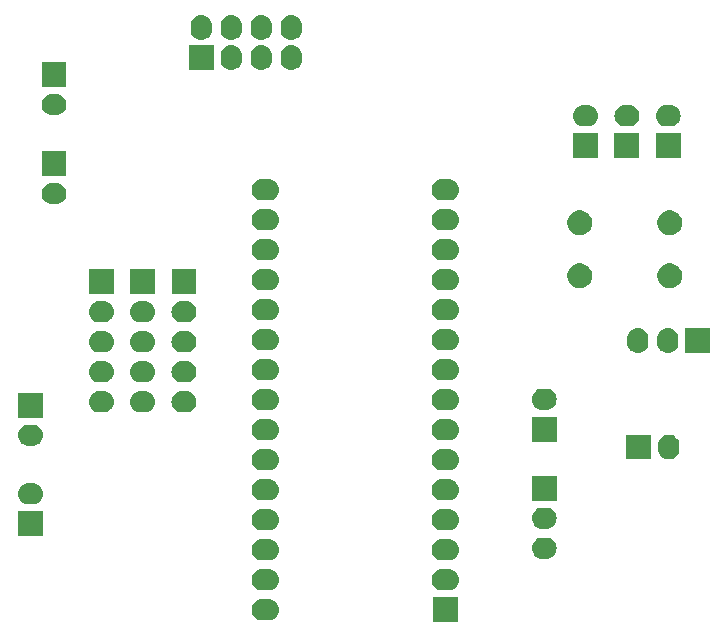
<source format=gbr>
G04 #@! TF.GenerationSoftware,KiCad,Pcbnew,(5.1.5)-3*
G04 #@! TF.CreationDate,2020-04-08T14:30:32+03:00*
G04 #@! TF.ProjectId,Receiver,52656365-6976-4657-922e-6b696361645f,rev?*
G04 #@! TF.SameCoordinates,Original*
G04 #@! TF.FileFunction,Soldermask,Bot*
G04 #@! TF.FilePolarity,Negative*
%FSLAX46Y46*%
G04 Gerber Fmt 4.6, Leading zero omitted, Abs format (unit mm)*
G04 Created by KiCad (PCBNEW (5.1.5)-3) date 2020-04-08 14:30:32*
%MOMM*%
%LPD*%
G04 APERTURE LIST*
%ADD10C,0.100000*%
G04 APERTURE END LIST*
D10*
G36*
X159171000Y-110831000D02*
G01*
X157069000Y-110831000D01*
X157069000Y-108729000D01*
X159171000Y-108729000D01*
X159171000Y-110831000D01*
G37*
G36*
X143240442Y-108885518D02*
G01*
X143306627Y-108892037D01*
X143476466Y-108943557D01*
X143632991Y-109027222D01*
X143668729Y-109056552D01*
X143770186Y-109139814D01*
X143853448Y-109241271D01*
X143882778Y-109277009D01*
X143966443Y-109433534D01*
X144017963Y-109603373D01*
X144035359Y-109780000D01*
X144017963Y-109956627D01*
X143966443Y-110126466D01*
X143882778Y-110282991D01*
X143853448Y-110318729D01*
X143770186Y-110420186D01*
X143668729Y-110503448D01*
X143632991Y-110532778D01*
X143476466Y-110616443D01*
X143306627Y-110667963D01*
X143240443Y-110674481D01*
X143174260Y-110681000D01*
X142585740Y-110681000D01*
X142519557Y-110674481D01*
X142453373Y-110667963D01*
X142283534Y-110616443D01*
X142127009Y-110532778D01*
X142091271Y-110503448D01*
X141989814Y-110420186D01*
X141906552Y-110318729D01*
X141877222Y-110282991D01*
X141793557Y-110126466D01*
X141742037Y-109956627D01*
X141724641Y-109780000D01*
X141742037Y-109603373D01*
X141793557Y-109433534D01*
X141877222Y-109277009D01*
X141906552Y-109241271D01*
X141989814Y-109139814D01*
X142091271Y-109056552D01*
X142127009Y-109027222D01*
X142283534Y-108943557D01*
X142453373Y-108892037D01*
X142519558Y-108885518D01*
X142585740Y-108879000D01*
X143174260Y-108879000D01*
X143240442Y-108885518D01*
G37*
G36*
X143240442Y-106345518D02*
G01*
X143306627Y-106352037D01*
X143476466Y-106403557D01*
X143632991Y-106487222D01*
X143668729Y-106516552D01*
X143770186Y-106599814D01*
X143853448Y-106701271D01*
X143882778Y-106737009D01*
X143966443Y-106893534D01*
X144017963Y-107063373D01*
X144035359Y-107240000D01*
X144017963Y-107416627D01*
X143966443Y-107586466D01*
X143882778Y-107742991D01*
X143853448Y-107778729D01*
X143770186Y-107880186D01*
X143668729Y-107963448D01*
X143632991Y-107992778D01*
X143476466Y-108076443D01*
X143306627Y-108127963D01*
X143240442Y-108134482D01*
X143174260Y-108141000D01*
X142585740Y-108141000D01*
X142519558Y-108134482D01*
X142453373Y-108127963D01*
X142283534Y-108076443D01*
X142127009Y-107992778D01*
X142091271Y-107963448D01*
X141989814Y-107880186D01*
X141906552Y-107778729D01*
X141877222Y-107742991D01*
X141793557Y-107586466D01*
X141742037Y-107416627D01*
X141724641Y-107240000D01*
X141742037Y-107063373D01*
X141793557Y-106893534D01*
X141877222Y-106737009D01*
X141906552Y-106701271D01*
X141989814Y-106599814D01*
X142091271Y-106516552D01*
X142127009Y-106487222D01*
X142283534Y-106403557D01*
X142453373Y-106352037D01*
X142519558Y-106345518D01*
X142585740Y-106339000D01*
X143174260Y-106339000D01*
X143240442Y-106345518D01*
G37*
G36*
X158480442Y-106345518D02*
G01*
X158546627Y-106352037D01*
X158716466Y-106403557D01*
X158872991Y-106487222D01*
X158908729Y-106516552D01*
X159010186Y-106599814D01*
X159093448Y-106701271D01*
X159122778Y-106737009D01*
X159206443Y-106893534D01*
X159257963Y-107063373D01*
X159275359Y-107240000D01*
X159257963Y-107416627D01*
X159206443Y-107586466D01*
X159122778Y-107742991D01*
X159093448Y-107778729D01*
X159010186Y-107880186D01*
X158908729Y-107963448D01*
X158872991Y-107992778D01*
X158716466Y-108076443D01*
X158546627Y-108127963D01*
X158480442Y-108134482D01*
X158414260Y-108141000D01*
X157825740Y-108141000D01*
X157759558Y-108134482D01*
X157693373Y-108127963D01*
X157523534Y-108076443D01*
X157367009Y-107992778D01*
X157331271Y-107963448D01*
X157229814Y-107880186D01*
X157146552Y-107778729D01*
X157117222Y-107742991D01*
X157033557Y-107586466D01*
X156982037Y-107416627D01*
X156964641Y-107240000D01*
X156982037Y-107063373D01*
X157033557Y-106893534D01*
X157117222Y-106737009D01*
X157146552Y-106701271D01*
X157229814Y-106599814D01*
X157331271Y-106516552D01*
X157367009Y-106487222D01*
X157523534Y-106403557D01*
X157693373Y-106352037D01*
X157759558Y-106345518D01*
X157825740Y-106339000D01*
X158414260Y-106339000D01*
X158480442Y-106345518D01*
G37*
G36*
X158480443Y-103805519D02*
G01*
X158546627Y-103812037D01*
X158716466Y-103863557D01*
X158872991Y-103947222D01*
X158908729Y-103976552D01*
X159010186Y-104059814D01*
X159093448Y-104161271D01*
X159122778Y-104197009D01*
X159206443Y-104353534D01*
X159257963Y-104523373D01*
X159275359Y-104700000D01*
X159257963Y-104876627D01*
X159206443Y-105046466D01*
X159122778Y-105202991D01*
X159108667Y-105220185D01*
X159010186Y-105340186D01*
X158917266Y-105416442D01*
X158872991Y-105452778D01*
X158716466Y-105536443D01*
X158546627Y-105587963D01*
X158480443Y-105594481D01*
X158414260Y-105601000D01*
X157825740Y-105601000D01*
X157759557Y-105594481D01*
X157693373Y-105587963D01*
X157523534Y-105536443D01*
X157367009Y-105452778D01*
X157322734Y-105416442D01*
X157229814Y-105340186D01*
X157131333Y-105220185D01*
X157117222Y-105202991D01*
X157033557Y-105046466D01*
X156982037Y-104876627D01*
X156964641Y-104700000D01*
X156982037Y-104523373D01*
X157033557Y-104353534D01*
X157117222Y-104197009D01*
X157146552Y-104161271D01*
X157229814Y-104059814D01*
X157331271Y-103976552D01*
X157367009Y-103947222D01*
X157523534Y-103863557D01*
X157693373Y-103812037D01*
X157759557Y-103805519D01*
X157825740Y-103799000D01*
X158414260Y-103799000D01*
X158480443Y-103805519D01*
G37*
G36*
X143240443Y-103805519D02*
G01*
X143306627Y-103812037D01*
X143476466Y-103863557D01*
X143632991Y-103947222D01*
X143668729Y-103976552D01*
X143770186Y-104059814D01*
X143853448Y-104161271D01*
X143882778Y-104197009D01*
X143966443Y-104353534D01*
X144017963Y-104523373D01*
X144035359Y-104700000D01*
X144017963Y-104876627D01*
X143966443Y-105046466D01*
X143882778Y-105202991D01*
X143868667Y-105220185D01*
X143770186Y-105340186D01*
X143677266Y-105416442D01*
X143632991Y-105452778D01*
X143476466Y-105536443D01*
X143306627Y-105587963D01*
X143240443Y-105594481D01*
X143174260Y-105601000D01*
X142585740Y-105601000D01*
X142519557Y-105594481D01*
X142453373Y-105587963D01*
X142283534Y-105536443D01*
X142127009Y-105452778D01*
X142082734Y-105416442D01*
X141989814Y-105340186D01*
X141891333Y-105220185D01*
X141877222Y-105202991D01*
X141793557Y-105046466D01*
X141742037Y-104876627D01*
X141724641Y-104700000D01*
X141742037Y-104523373D01*
X141793557Y-104353534D01*
X141877222Y-104197009D01*
X141906552Y-104161271D01*
X141989814Y-104059814D01*
X142091271Y-103976552D01*
X142127009Y-103947222D01*
X142283534Y-103863557D01*
X142453373Y-103812037D01*
X142519557Y-103805519D01*
X142585740Y-103799000D01*
X143174260Y-103799000D01*
X143240443Y-103805519D01*
G37*
G36*
X166760443Y-103685519D02*
G01*
X166826627Y-103692037D01*
X166996466Y-103743557D01*
X167152991Y-103827222D01*
X167188729Y-103856552D01*
X167290186Y-103939814D01*
X167373448Y-104041271D01*
X167402778Y-104077009D01*
X167486443Y-104233534D01*
X167537963Y-104403373D01*
X167555359Y-104580000D01*
X167537963Y-104756627D01*
X167486443Y-104926466D01*
X167402778Y-105082991D01*
X167373448Y-105118729D01*
X167290186Y-105220186D01*
X167188729Y-105303448D01*
X167152991Y-105332778D01*
X166996466Y-105416443D01*
X166826627Y-105467963D01*
X166760443Y-105474481D01*
X166694260Y-105481000D01*
X166305740Y-105481000D01*
X166239557Y-105474481D01*
X166173373Y-105467963D01*
X166003534Y-105416443D01*
X165847009Y-105332778D01*
X165811271Y-105303448D01*
X165709814Y-105220186D01*
X165626552Y-105118729D01*
X165597222Y-105082991D01*
X165513557Y-104926466D01*
X165462037Y-104756627D01*
X165444641Y-104580000D01*
X165462037Y-104403373D01*
X165513557Y-104233534D01*
X165597222Y-104077009D01*
X165626552Y-104041271D01*
X165709814Y-103939814D01*
X165811271Y-103856552D01*
X165847009Y-103827222D01*
X166003534Y-103743557D01*
X166173373Y-103692037D01*
X166239557Y-103685519D01*
X166305740Y-103679000D01*
X166694260Y-103679000D01*
X166760443Y-103685519D01*
G37*
G36*
X124051000Y-103551000D02*
G01*
X121949000Y-103551000D01*
X121949000Y-101449000D01*
X124051000Y-101449000D01*
X124051000Y-103551000D01*
G37*
G36*
X158480443Y-101265519D02*
G01*
X158546627Y-101272037D01*
X158716466Y-101323557D01*
X158872991Y-101407222D01*
X158908729Y-101436552D01*
X159010186Y-101519814D01*
X159093448Y-101621271D01*
X159122778Y-101657009D01*
X159206443Y-101813534D01*
X159257963Y-101983373D01*
X159275359Y-102160000D01*
X159257963Y-102336627D01*
X159206443Y-102506466D01*
X159122778Y-102662991D01*
X159108667Y-102680185D01*
X159010186Y-102800186D01*
X158917266Y-102876442D01*
X158872991Y-102912778D01*
X158716466Y-102996443D01*
X158546627Y-103047963D01*
X158480443Y-103054481D01*
X158414260Y-103061000D01*
X157825740Y-103061000D01*
X157759557Y-103054481D01*
X157693373Y-103047963D01*
X157523534Y-102996443D01*
X157367009Y-102912778D01*
X157322734Y-102876442D01*
X157229814Y-102800186D01*
X157131333Y-102680185D01*
X157117222Y-102662991D01*
X157033557Y-102506466D01*
X156982037Y-102336627D01*
X156964641Y-102160000D01*
X156982037Y-101983373D01*
X157033557Y-101813534D01*
X157117222Y-101657009D01*
X157146552Y-101621271D01*
X157229814Y-101519814D01*
X157331271Y-101436552D01*
X157367009Y-101407222D01*
X157523534Y-101323557D01*
X157693373Y-101272037D01*
X157759558Y-101265518D01*
X157825740Y-101259000D01*
X158414260Y-101259000D01*
X158480443Y-101265519D01*
G37*
G36*
X143240443Y-101265519D02*
G01*
X143306627Y-101272037D01*
X143476466Y-101323557D01*
X143632991Y-101407222D01*
X143668729Y-101436552D01*
X143770186Y-101519814D01*
X143853448Y-101621271D01*
X143882778Y-101657009D01*
X143966443Y-101813534D01*
X144017963Y-101983373D01*
X144035359Y-102160000D01*
X144017963Y-102336627D01*
X143966443Y-102506466D01*
X143882778Y-102662991D01*
X143868667Y-102680185D01*
X143770186Y-102800186D01*
X143677266Y-102876442D01*
X143632991Y-102912778D01*
X143476466Y-102996443D01*
X143306627Y-103047963D01*
X143240443Y-103054481D01*
X143174260Y-103061000D01*
X142585740Y-103061000D01*
X142519557Y-103054481D01*
X142453373Y-103047963D01*
X142283534Y-102996443D01*
X142127009Y-102912778D01*
X142082734Y-102876442D01*
X141989814Y-102800186D01*
X141891333Y-102680185D01*
X141877222Y-102662991D01*
X141793557Y-102506466D01*
X141742037Y-102336627D01*
X141724641Y-102160000D01*
X141742037Y-101983373D01*
X141793557Y-101813534D01*
X141877222Y-101657009D01*
X141906552Y-101621271D01*
X141989814Y-101519814D01*
X142091271Y-101436552D01*
X142127009Y-101407222D01*
X142283534Y-101323557D01*
X142453373Y-101272037D01*
X142519558Y-101265518D01*
X142585740Y-101259000D01*
X143174260Y-101259000D01*
X143240443Y-101265519D01*
G37*
G36*
X166760442Y-101145518D02*
G01*
X166826627Y-101152037D01*
X166996466Y-101203557D01*
X167152991Y-101287222D01*
X167188729Y-101316552D01*
X167290186Y-101399814D01*
X167373448Y-101501271D01*
X167402778Y-101537009D01*
X167486443Y-101693534D01*
X167537963Y-101863373D01*
X167555359Y-102040000D01*
X167537963Y-102216627D01*
X167486443Y-102386466D01*
X167402778Y-102542991D01*
X167373448Y-102578729D01*
X167290186Y-102680186D01*
X167188729Y-102763448D01*
X167152991Y-102792778D01*
X166996466Y-102876443D01*
X166826627Y-102927963D01*
X166760443Y-102934481D01*
X166694260Y-102941000D01*
X166305740Y-102941000D01*
X166239557Y-102934481D01*
X166173373Y-102927963D01*
X166003534Y-102876443D01*
X165847009Y-102792778D01*
X165811271Y-102763448D01*
X165709814Y-102680186D01*
X165626552Y-102578729D01*
X165597222Y-102542991D01*
X165513557Y-102386466D01*
X165462037Y-102216627D01*
X165444641Y-102040000D01*
X165462037Y-101863373D01*
X165513557Y-101693534D01*
X165597222Y-101537009D01*
X165626552Y-101501271D01*
X165709814Y-101399814D01*
X165811271Y-101316552D01*
X165847009Y-101287222D01*
X166003534Y-101203557D01*
X166173373Y-101152037D01*
X166239558Y-101145518D01*
X166305740Y-101139000D01*
X166694260Y-101139000D01*
X166760442Y-101145518D01*
G37*
G36*
X123260442Y-99065518D02*
G01*
X123326627Y-99072037D01*
X123496466Y-99123557D01*
X123652991Y-99207222D01*
X123688729Y-99236552D01*
X123790186Y-99319814D01*
X123873448Y-99421271D01*
X123902778Y-99457009D01*
X123986443Y-99613534D01*
X124037963Y-99783373D01*
X124055359Y-99960000D01*
X124037963Y-100136627D01*
X123986443Y-100306466D01*
X123902778Y-100462991D01*
X123873448Y-100498729D01*
X123790186Y-100600186D01*
X123688729Y-100683448D01*
X123652991Y-100712778D01*
X123496466Y-100796443D01*
X123326627Y-100847963D01*
X123260443Y-100854481D01*
X123194260Y-100861000D01*
X122805740Y-100861000D01*
X122739558Y-100854482D01*
X122673373Y-100847963D01*
X122503534Y-100796443D01*
X122347009Y-100712778D01*
X122311271Y-100683448D01*
X122209814Y-100600186D01*
X122126552Y-100498729D01*
X122097222Y-100462991D01*
X122013557Y-100306466D01*
X121962037Y-100136627D01*
X121944641Y-99960000D01*
X121962037Y-99783373D01*
X122013557Y-99613534D01*
X122097222Y-99457009D01*
X122126552Y-99421271D01*
X122209814Y-99319814D01*
X122311271Y-99236552D01*
X122347009Y-99207222D01*
X122503534Y-99123557D01*
X122673373Y-99072037D01*
X122739558Y-99065518D01*
X122805740Y-99059000D01*
X123194260Y-99059000D01*
X123260442Y-99065518D01*
G37*
G36*
X167551000Y-100551000D02*
G01*
X165449000Y-100551000D01*
X165449000Y-98449000D01*
X167551000Y-98449000D01*
X167551000Y-100551000D01*
G37*
G36*
X158480442Y-98725518D02*
G01*
X158546627Y-98732037D01*
X158716466Y-98783557D01*
X158872991Y-98867222D01*
X158908729Y-98896552D01*
X159010186Y-98979814D01*
X159075171Y-99059000D01*
X159122778Y-99117009D01*
X159206443Y-99273534D01*
X159257963Y-99443373D01*
X159275359Y-99620000D01*
X159257963Y-99796627D01*
X159206443Y-99966466D01*
X159122778Y-100122991D01*
X159111587Y-100136627D01*
X159010186Y-100260186D01*
X158908729Y-100343448D01*
X158872991Y-100372778D01*
X158716466Y-100456443D01*
X158546627Y-100507963D01*
X158480443Y-100514481D01*
X158414260Y-100521000D01*
X157825740Y-100521000D01*
X157759558Y-100514482D01*
X157693373Y-100507963D01*
X157523534Y-100456443D01*
X157367009Y-100372778D01*
X157331271Y-100343448D01*
X157229814Y-100260186D01*
X157128413Y-100136627D01*
X157117222Y-100122991D01*
X157033557Y-99966466D01*
X156982037Y-99796627D01*
X156964641Y-99620000D01*
X156982037Y-99443373D01*
X157033557Y-99273534D01*
X157117222Y-99117009D01*
X157164829Y-99059000D01*
X157229814Y-98979814D01*
X157331271Y-98896552D01*
X157367009Y-98867222D01*
X157523534Y-98783557D01*
X157693373Y-98732037D01*
X157759558Y-98725518D01*
X157825740Y-98719000D01*
X158414260Y-98719000D01*
X158480442Y-98725518D01*
G37*
G36*
X143240442Y-98725518D02*
G01*
X143306627Y-98732037D01*
X143476466Y-98783557D01*
X143632991Y-98867222D01*
X143668729Y-98896552D01*
X143770186Y-98979814D01*
X143835171Y-99059000D01*
X143882778Y-99117009D01*
X143966443Y-99273534D01*
X144017963Y-99443373D01*
X144035359Y-99620000D01*
X144017963Y-99796627D01*
X143966443Y-99966466D01*
X143882778Y-100122991D01*
X143871587Y-100136627D01*
X143770186Y-100260186D01*
X143668729Y-100343448D01*
X143632991Y-100372778D01*
X143476466Y-100456443D01*
X143306627Y-100507963D01*
X143240443Y-100514481D01*
X143174260Y-100521000D01*
X142585740Y-100521000D01*
X142519558Y-100514482D01*
X142453373Y-100507963D01*
X142283534Y-100456443D01*
X142127009Y-100372778D01*
X142091271Y-100343448D01*
X141989814Y-100260186D01*
X141888413Y-100136627D01*
X141877222Y-100122991D01*
X141793557Y-99966466D01*
X141742037Y-99796627D01*
X141724641Y-99620000D01*
X141742037Y-99443373D01*
X141793557Y-99273534D01*
X141877222Y-99117009D01*
X141924829Y-99059000D01*
X141989814Y-98979814D01*
X142091271Y-98896552D01*
X142127009Y-98867222D01*
X142283534Y-98783557D01*
X142453373Y-98732037D01*
X142519558Y-98725518D01*
X142585740Y-98719000D01*
X143174260Y-98719000D01*
X143240442Y-98725518D01*
G37*
G36*
X158480442Y-96185518D02*
G01*
X158546627Y-96192037D01*
X158716466Y-96243557D01*
X158872991Y-96327222D01*
X158908729Y-96356552D01*
X159010186Y-96439814D01*
X159093448Y-96541271D01*
X159122778Y-96577009D01*
X159206443Y-96733534D01*
X159257963Y-96903373D01*
X159275359Y-97080000D01*
X159257963Y-97256627D01*
X159206443Y-97426466D01*
X159122778Y-97582991D01*
X159093448Y-97618729D01*
X159010186Y-97720186D01*
X158908729Y-97803448D01*
X158872991Y-97832778D01*
X158716466Y-97916443D01*
X158546627Y-97967963D01*
X158480442Y-97974482D01*
X158414260Y-97981000D01*
X157825740Y-97981000D01*
X157759558Y-97974482D01*
X157693373Y-97967963D01*
X157523534Y-97916443D01*
X157367009Y-97832778D01*
X157331271Y-97803448D01*
X157229814Y-97720186D01*
X157146552Y-97618729D01*
X157117222Y-97582991D01*
X157033557Y-97426466D01*
X156982037Y-97256627D01*
X156964641Y-97080000D01*
X156982037Y-96903373D01*
X157033557Y-96733534D01*
X157117222Y-96577009D01*
X157146552Y-96541271D01*
X157229814Y-96439814D01*
X157331271Y-96356552D01*
X157367009Y-96327222D01*
X157523534Y-96243557D01*
X157693373Y-96192037D01*
X157759558Y-96185518D01*
X157825740Y-96179000D01*
X158414260Y-96179000D01*
X158480442Y-96185518D01*
G37*
G36*
X143240442Y-96185518D02*
G01*
X143306627Y-96192037D01*
X143476466Y-96243557D01*
X143632991Y-96327222D01*
X143668729Y-96356552D01*
X143770186Y-96439814D01*
X143853448Y-96541271D01*
X143882778Y-96577009D01*
X143966443Y-96733534D01*
X144017963Y-96903373D01*
X144035359Y-97080000D01*
X144017963Y-97256627D01*
X143966443Y-97426466D01*
X143882778Y-97582991D01*
X143853448Y-97618729D01*
X143770186Y-97720186D01*
X143668729Y-97803448D01*
X143632991Y-97832778D01*
X143476466Y-97916443D01*
X143306627Y-97967963D01*
X143240442Y-97974482D01*
X143174260Y-97981000D01*
X142585740Y-97981000D01*
X142519558Y-97974482D01*
X142453373Y-97967963D01*
X142283534Y-97916443D01*
X142127009Y-97832778D01*
X142091271Y-97803448D01*
X141989814Y-97720186D01*
X141906552Y-97618729D01*
X141877222Y-97582991D01*
X141793557Y-97426466D01*
X141742037Y-97256627D01*
X141724641Y-97080000D01*
X141742037Y-96903373D01*
X141793557Y-96733534D01*
X141877222Y-96577009D01*
X141906552Y-96541271D01*
X141989814Y-96439814D01*
X142091271Y-96356552D01*
X142127009Y-96327222D01*
X142283534Y-96243557D01*
X142453373Y-96192037D01*
X142519558Y-96185518D01*
X142585740Y-96179000D01*
X143174260Y-96179000D01*
X143240442Y-96185518D01*
G37*
G36*
X177216627Y-94962037D02*
G01*
X177386466Y-95013557D01*
X177542991Y-95097222D01*
X177578729Y-95126552D01*
X177680186Y-95209814D01*
X177763448Y-95311271D01*
X177792778Y-95347009D01*
X177876443Y-95503534D01*
X177927963Y-95673374D01*
X177927963Y-95673376D01*
X177941000Y-95805741D01*
X177941000Y-96194260D01*
X177934481Y-96260443D01*
X177927963Y-96326627D01*
X177876443Y-96496466D01*
X177792778Y-96652991D01*
X177763448Y-96688729D01*
X177680186Y-96790186D01*
X177542989Y-96902779D01*
X177386467Y-96986442D01*
X177386465Y-96986443D01*
X177216626Y-97037963D01*
X177040000Y-97055359D01*
X176863373Y-97037963D01*
X176693534Y-96986443D01*
X176537009Y-96902778D01*
X176501271Y-96873448D01*
X176399814Y-96790186D01*
X176287221Y-96652989D01*
X176203558Y-96496467D01*
X176203557Y-96496465D01*
X176152037Y-96326626D01*
X176143856Y-96243558D01*
X176139000Y-96194259D01*
X176139000Y-95805740D01*
X176152037Y-95673375D01*
X176152037Y-95673373D01*
X176203557Y-95503534D01*
X176287222Y-95347009D01*
X176399815Y-95209815D01*
X176537010Y-95097222D01*
X176693535Y-95013557D01*
X176863374Y-94962037D01*
X177040000Y-94944641D01*
X177216627Y-94962037D01*
G37*
G36*
X175551000Y-97051000D02*
G01*
X173449000Y-97051000D01*
X173449000Y-94949000D01*
X175551000Y-94949000D01*
X175551000Y-97051000D01*
G37*
G36*
X123260443Y-94105519D02*
G01*
X123326627Y-94112037D01*
X123496466Y-94163557D01*
X123652991Y-94247222D01*
X123688729Y-94276552D01*
X123790186Y-94359814D01*
X123873448Y-94461271D01*
X123902778Y-94497009D01*
X123986443Y-94653534D01*
X124037963Y-94823373D01*
X124055359Y-95000000D01*
X124037963Y-95176627D01*
X123986443Y-95346466D01*
X123902778Y-95502991D01*
X123902333Y-95503533D01*
X123790186Y-95640186D01*
X123688729Y-95723448D01*
X123652991Y-95752778D01*
X123496466Y-95836443D01*
X123326627Y-95887963D01*
X123260443Y-95894481D01*
X123194260Y-95901000D01*
X122805740Y-95901000D01*
X122739557Y-95894481D01*
X122673373Y-95887963D01*
X122503534Y-95836443D01*
X122347009Y-95752778D01*
X122311271Y-95723448D01*
X122209814Y-95640186D01*
X122097667Y-95503533D01*
X122097222Y-95502991D01*
X122013557Y-95346466D01*
X121962037Y-95176627D01*
X121944641Y-95000000D01*
X121962037Y-94823373D01*
X122013557Y-94653534D01*
X122097222Y-94497009D01*
X122126552Y-94461271D01*
X122209814Y-94359814D01*
X122311271Y-94276552D01*
X122347009Y-94247222D01*
X122503534Y-94163557D01*
X122673373Y-94112037D01*
X122739557Y-94105519D01*
X122805740Y-94099000D01*
X123194260Y-94099000D01*
X123260443Y-94105519D01*
G37*
G36*
X167551000Y-95551000D02*
G01*
X165449000Y-95551000D01*
X165449000Y-93449000D01*
X167551000Y-93449000D01*
X167551000Y-95551000D01*
G37*
G36*
X143240443Y-93645519D02*
G01*
X143306627Y-93652037D01*
X143476466Y-93703557D01*
X143632991Y-93787222D01*
X143668729Y-93816552D01*
X143770186Y-93899814D01*
X143853448Y-94001271D01*
X143882778Y-94037009D01*
X143966443Y-94193534D01*
X144017963Y-94363373D01*
X144035359Y-94540000D01*
X144017963Y-94716627D01*
X143966443Y-94886466D01*
X143882778Y-95042991D01*
X143853448Y-95078729D01*
X143770186Y-95180186D01*
X143668729Y-95263448D01*
X143632991Y-95292778D01*
X143476466Y-95376443D01*
X143306627Y-95427963D01*
X143240442Y-95434482D01*
X143174260Y-95441000D01*
X142585740Y-95441000D01*
X142519558Y-95434482D01*
X142453373Y-95427963D01*
X142283534Y-95376443D01*
X142127009Y-95292778D01*
X142091271Y-95263448D01*
X141989814Y-95180186D01*
X141906552Y-95078729D01*
X141877222Y-95042991D01*
X141793557Y-94886466D01*
X141742037Y-94716627D01*
X141724641Y-94540000D01*
X141742037Y-94363373D01*
X141793557Y-94193534D01*
X141877222Y-94037009D01*
X141906552Y-94001271D01*
X141989814Y-93899814D01*
X142091271Y-93816552D01*
X142127009Y-93787222D01*
X142283534Y-93703557D01*
X142453373Y-93652037D01*
X142519557Y-93645519D01*
X142585740Y-93639000D01*
X143174260Y-93639000D01*
X143240443Y-93645519D01*
G37*
G36*
X158480443Y-93645519D02*
G01*
X158546627Y-93652037D01*
X158716466Y-93703557D01*
X158872991Y-93787222D01*
X158908729Y-93816552D01*
X159010186Y-93899814D01*
X159093448Y-94001271D01*
X159122778Y-94037009D01*
X159206443Y-94193534D01*
X159257963Y-94363373D01*
X159275359Y-94540000D01*
X159257963Y-94716627D01*
X159206443Y-94886466D01*
X159122778Y-95042991D01*
X159093448Y-95078729D01*
X159010186Y-95180186D01*
X158908729Y-95263448D01*
X158872991Y-95292778D01*
X158716466Y-95376443D01*
X158546627Y-95427963D01*
X158480442Y-95434482D01*
X158414260Y-95441000D01*
X157825740Y-95441000D01*
X157759558Y-95434482D01*
X157693373Y-95427963D01*
X157523534Y-95376443D01*
X157367009Y-95292778D01*
X157331271Y-95263448D01*
X157229814Y-95180186D01*
X157146552Y-95078729D01*
X157117222Y-95042991D01*
X157033557Y-94886466D01*
X156982037Y-94716627D01*
X156964641Y-94540000D01*
X156982037Y-94363373D01*
X157033557Y-94193534D01*
X157117222Y-94037009D01*
X157146552Y-94001271D01*
X157229814Y-93899814D01*
X157331271Y-93816552D01*
X157367009Y-93787222D01*
X157523534Y-93703557D01*
X157693373Y-93652037D01*
X157759557Y-93645519D01*
X157825740Y-93639000D01*
X158414260Y-93639000D01*
X158480443Y-93645519D01*
G37*
G36*
X124051000Y-93511000D02*
G01*
X121949000Y-93511000D01*
X121949000Y-91409000D01*
X124051000Y-91409000D01*
X124051000Y-93511000D01*
G37*
G36*
X136260442Y-91265518D02*
G01*
X136326627Y-91272037D01*
X136496466Y-91323557D01*
X136652991Y-91407222D01*
X136655157Y-91409000D01*
X136790186Y-91519814D01*
X136867097Y-91613532D01*
X136902778Y-91657009D01*
X136902779Y-91657011D01*
X136970322Y-91783373D01*
X136986443Y-91813534D01*
X137037963Y-91983373D01*
X137055359Y-92160000D01*
X137037963Y-92336627D01*
X136986443Y-92506466D01*
X136902778Y-92662991D01*
X136873448Y-92698729D01*
X136790186Y-92800186D01*
X136688729Y-92883448D01*
X136652991Y-92912778D01*
X136496466Y-92996443D01*
X136326627Y-93047963D01*
X136260442Y-93054482D01*
X136194260Y-93061000D01*
X135805740Y-93061000D01*
X135739558Y-93054482D01*
X135673373Y-93047963D01*
X135503534Y-92996443D01*
X135347009Y-92912778D01*
X135311271Y-92883448D01*
X135209814Y-92800186D01*
X135126552Y-92698729D01*
X135097222Y-92662991D01*
X135013557Y-92506466D01*
X134962037Y-92336627D01*
X134944641Y-92160000D01*
X134962037Y-91983373D01*
X135013557Y-91813534D01*
X135029679Y-91783373D01*
X135097221Y-91657011D01*
X135097222Y-91657009D01*
X135132903Y-91613532D01*
X135209814Y-91519814D01*
X135344843Y-91409000D01*
X135347009Y-91407222D01*
X135503534Y-91323557D01*
X135673373Y-91272037D01*
X135739558Y-91265518D01*
X135805740Y-91259000D01*
X136194260Y-91259000D01*
X136260442Y-91265518D01*
G37*
G36*
X129260442Y-91265518D02*
G01*
X129326627Y-91272037D01*
X129496466Y-91323557D01*
X129652991Y-91407222D01*
X129655157Y-91409000D01*
X129790186Y-91519814D01*
X129867097Y-91613532D01*
X129902778Y-91657009D01*
X129902779Y-91657011D01*
X129970322Y-91783373D01*
X129986443Y-91813534D01*
X130037963Y-91983373D01*
X130055359Y-92160000D01*
X130037963Y-92336627D01*
X129986443Y-92506466D01*
X129902778Y-92662991D01*
X129873448Y-92698729D01*
X129790186Y-92800186D01*
X129688729Y-92883448D01*
X129652991Y-92912778D01*
X129496466Y-92996443D01*
X129326627Y-93047963D01*
X129260442Y-93054482D01*
X129194260Y-93061000D01*
X128805740Y-93061000D01*
X128739558Y-93054482D01*
X128673373Y-93047963D01*
X128503534Y-92996443D01*
X128347009Y-92912778D01*
X128311271Y-92883448D01*
X128209814Y-92800186D01*
X128126552Y-92698729D01*
X128097222Y-92662991D01*
X128013557Y-92506466D01*
X127962037Y-92336627D01*
X127944641Y-92160000D01*
X127962037Y-91983373D01*
X128013557Y-91813534D01*
X128029679Y-91783373D01*
X128097221Y-91657011D01*
X128097222Y-91657009D01*
X128132903Y-91613532D01*
X128209814Y-91519814D01*
X128344843Y-91409000D01*
X128347009Y-91407222D01*
X128503534Y-91323557D01*
X128673373Y-91272037D01*
X128739558Y-91265518D01*
X128805740Y-91259000D01*
X129194260Y-91259000D01*
X129260442Y-91265518D01*
G37*
G36*
X132760442Y-91265518D02*
G01*
X132826627Y-91272037D01*
X132996466Y-91323557D01*
X133152991Y-91407222D01*
X133155157Y-91409000D01*
X133290186Y-91519814D01*
X133367097Y-91613532D01*
X133402778Y-91657009D01*
X133402779Y-91657011D01*
X133470322Y-91783373D01*
X133486443Y-91813534D01*
X133537963Y-91983373D01*
X133555359Y-92160000D01*
X133537963Y-92336627D01*
X133486443Y-92506466D01*
X133402778Y-92662991D01*
X133373448Y-92698729D01*
X133290186Y-92800186D01*
X133188729Y-92883448D01*
X133152991Y-92912778D01*
X132996466Y-92996443D01*
X132826627Y-93047963D01*
X132760442Y-93054482D01*
X132694260Y-93061000D01*
X132305740Y-93061000D01*
X132239558Y-93054482D01*
X132173373Y-93047963D01*
X132003534Y-92996443D01*
X131847009Y-92912778D01*
X131811271Y-92883448D01*
X131709814Y-92800186D01*
X131626552Y-92698729D01*
X131597222Y-92662991D01*
X131513557Y-92506466D01*
X131462037Y-92336627D01*
X131444641Y-92160000D01*
X131462037Y-91983373D01*
X131513557Y-91813534D01*
X131529679Y-91783373D01*
X131597221Y-91657011D01*
X131597222Y-91657009D01*
X131632903Y-91613532D01*
X131709814Y-91519814D01*
X131844843Y-91409000D01*
X131847009Y-91407222D01*
X132003534Y-91323557D01*
X132173373Y-91272037D01*
X132239558Y-91265518D01*
X132305740Y-91259000D01*
X132694260Y-91259000D01*
X132760442Y-91265518D01*
G37*
G36*
X158480442Y-91105518D02*
G01*
X158546627Y-91112037D01*
X158716466Y-91163557D01*
X158872991Y-91247222D01*
X158887342Y-91259000D01*
X159010186Y-91359814D01*
X159089951Y-91457009D01*
X159122778Y-91497009D01*
X159206443Y-91653534D01*
X159257963Y-91823373D01*
X159275359Y-92000000D01*
X159257963Y-92176627D01*
X159206443Y-92346466D01*
X159122778Y-92502991D01*
X159119926Y-92506466D01*
X159010186Y-92640186D01*
X158921731Y-92712778D01*
X158872991Y-92752778D01*
X158716466Y-92836443D01*
X158546627Y-92887963D01*
X158480442Y-92894482D01*
X158414260Y-92901000D01*
X157825740Y-92901000D01*
X157759557Y-92894481D01*
X157693373Y-92887963D01*
X157523534Y-92836443D01*
X157367009Y-92752778D01*
X157318269Y-92712778D01*
X157229814Y-92640186D01*
X157120074Y-92506466D01*
X157117222Y-92502991D01*
X157033557Y-92346466D01*
X156982037Y-92176627D01*
X156964641Y-92000000D01*
X156982037Y-91823373D01*
X157033557Y-91653534D01*
X157117222Y-91497009D01*
X157150049Y-91457009D01*
X157229814Y-91359814D01*
X157352658Y-91259000D01*
X157367009Y-91247222D01*
X157523534Y-91163557D01*
X157693373Y-91112037D01*
X157759558Y-91105518D01*
X157825740Y-91099000D01*
X158414260Y-91099000D01*
X158480442Y-91105518D01*
G37*
G36*
X143240442Y-91105518D02*
G01*
X143306627Y-91112037D01*
X143476466Y-91163557D01*
X143632991Y-91247222D01*
X143647342Y-91259000D01*
X143770186Y-91359814D01*
X143849951Y-91457009D01*
X143882778Y-91497009D01*
X143966443Y-91653534D01*
X144017963Y-91823373D01*
X144035359Y-92000000D01*
X144017963Y-92176627D01*
X143966443Y-92346466D01*
X143882778Y-92502991D01*
X143879926Y-92506466D01*
X143770186Y-92640186D01*
X143681731Y-92712778D01*
X143632991Y-92752778D01*
X143476466Y-92836443D01*
X143306627Y-92887963D01*
X143240442Y-92894482D01*
X143174260Y-92901000D01*
X142585740Y-92901000D01*
X142519557Y-92894481D01*
X142453373Y-92887963D01*
X142283534Y-92836443D01*
X142127009Y-92752778D01*
X142078269Y-92712778D01*
X141989814Y-92640186D01*
X141880074Y-92506466D01*
X141877222Y-92502991D01*
X141793557Y-92346466D01*
X141742037Y-92176627D01*
X141724641Y-92000000D01*
X141742037Y-91823373D01*
X141793557Y-91653534D01*
X141877222Y-91497009D01*
X141910049Y-91457009D01*
X141989814Y-91359814D01*
X142112658Y-91259000D01*
X142127009Y-91247222D01*
X142283534Y-91163557D01*
X142453373Y-91112037D01*
X142519558Y-91105518D01*
X142585740Y-91099000D01*
X143174260Y-91099000D01*
X143240442Y-91105518D01*
G37*
G36*
X166760442Y-91065518D02*
G01*
X166826627Y-91072037D01*
X166996466Y-91123557D01*
X167152991Y-91207222D01*
X167188729Y-91236552D01*
X167290186Y-91319814D01*
X167361918Y-91407221D01*
X167402778Y-91457009D01*
X167486443Y-91613534D01*
X167537963Y-91783373D01*
X167555359Y-91960000D01*
X167537963Y-92136627D01*
X167525829Y-92176627D01*
X167486442Y-92306468D01*
X167465062Y-92346466D01*
X167402778Y-92462991D01*
X167373448Y-92498729D01*
X167290186Y-92600186D01*
X167188729Y-92683448D01*
X167152991Y-92712778D01*
X166996466Y-92796443D01*
X166826627Y-92847963D01*
X166760443Y-92854481D01*
X166694260Y-92861000D01*
X166305740Y-92861000D01*
X166239557Y-92854481D01*
X166173373Y-92847963D01*
X166003534Y-92796443D01*
X165847009Y-92712778D01*
X165811271Y-92683448D01*
X165709814Y-92600186D01*
X165626552Y-92498729D01*
X165597222Y-92462991D01*
X165534938Y-92346466D01*
X165513558Y-92306468D01*
X165474171Y-92176627D01*
X165462037Y-92136627D01*
X165444641Y-91960000D01*
X165462037Y-91783373D01*
X165513557Y-91613534D01*
X165597222Y-91457009D01*
X165638082Y-91407221D01*
X165709814Y-91319814D01*
X165811271Y-91236552D01*
X165847009Y-91207222D01*
X166003534Y-91123557D01*
X166173373Y-91072037D01*
X166239557Y-91065519D01*
X166305740Y-91059000D01*
X166694260Y-91059000D01*
X166760442Y-91065518D01*
G37*
G36*
X136260442Y-88725518D02*
G01*
X136326627Y-88732037D01*
X136496466Y-88783557D01*
X136652991Y-88867222D01*
X136688729Y-88896552D01*
X136790186Y-88979814D01*
X136873448Y-89081271D01*
X136902778Y-89117009D01*
X136986443Y-89273534D01*
X137037963Y-89443373D01*
X137055359Y-89620000D01*
X137037963Y-89796627D01*
X136986443Y-89966466D01*
X136902778Y-90122991D01*
X136873448Y-90158729D01*
X136790186Y-90260186D01*
X136688729Y-90343448D01*
X136652991Y-90372778D01*
X136496466Y-90456443D01*
X136326627Y-90507963D01*
X136260443Y-90514481D01*
X136194260Y-90521000D01*
X135805740Y-90521000D01*
X135739557Y-90514481D01*
X135673373Y-90507963D01*
X135503534Y-90456443D01*
X135347009Y-90372778D01*
X135311271Y-90343448D01*
X135209814Y-90260186D01*
X135126552Y-90158729D01*
X135097222Y-90122991D01*
X135013557Y-89966466D01*
X134962037Y-89796627D01*
X134944641Y-89620000D01*
X134962037Y-89443373D01*
X135013557Y-89273534D01*
X135097222Y-89117009D01*
X135126552Y-89081271D01*
X135209814Y-88979814D01*
X135311271Y-88896552D01*
X135347009Y-88867222D01*
X135503534Y-88783557D01*
X135673373Y-88732037D01*
X135739558Y-88725518D01*
X135805740Y-88719000D01*
X136194260Y-88719000D01*
X136260442Y-88725518D01*
G37*
G36*
X129260442Y-88725518D02*
G01*
X129326627Y-88732037D01*
X129496466Y-88783557D01*
X129652991Y-88867222D01*
X129688729Y-88896552D01*
X129790186Y-88979814D01*
X129873448Y-89081271D01*
X129902778Y-89117009D01*
X129986443Y-89273534D01*
X130037963Y-89443373D01*
X130055359Y-89620000D01*
X130037963Y-89796627D01*
X129986443Y-89966466D01*
X129902778Y-90122991D01*
X129873448Y-90158729D01*
X129790186Y-90260186D01*
X129688729Y-90343448D01*
X129652991Y-90372778D01*
X129496466Y-90456443D01*
X129326627Y-90507963D01*
X129260443Y-90514481D01*
X129194260Y-90521000D01*
X128805740Y-90521000D01*
X128739557Y-90514481D01*
X128673373Y-90507963D01*
X128503534Y-90456443D01*
X128347009Y-90372778D01*
X128311271Y-90343448D01*
X128209814Y-90260186D01*
X128126552Y-90158729D01*
X128097222Y-90122991D01*
X128013557Y-89966466D01*
X127962037Y-89796627D01*
X127944641Y-89620000D01*
X127962037Y-89443373D01*
X128013557Y-89273534D01*
X128097222Y-89117009D01*
X128126552Y-89081271D01*
X128209814Y-88979814D01*
X128311271Y-88896552D01*
X128347009Y-88867222D01*
X128503534Y-88783557D01*
X128673373Y-88732037D01*
X128739558Y-88725518D01*
X128805740Y-88719000D01*
X129194260Y-88719000D01*
X129260442Y-88725518D01*
G37*
G36*
X132760442Y-88725518D02*
G01*
X132826627Y-88732037D01*
X132996466Y-88783557D01*
X133152991Y-88867222D01*
X133188729Y-88896552D01*
X133290186Y-88979814D01*
X133373448Y-89081271D01*
X133402778Y-89117009D01*
X133486443Y-89273534D01*
X133537963Y-89443373D01*
X133555359Y-89620000D01*
X133537963Y-89796627D01*
X133486443Y-89966466D01*
X133402778Y-90122991D01*
X133373448Y-90158729D01*
X133290186Y-90260186D01*
X133188729Y-90343448D01*
X133152991Y-90372778D01*
X132996466Y-90456443D01*
X132826627Y-90507963D01*
X132760443Y-90514481D01*
X132694260Y-90521000D01*
X132305740Y-90521000D01*
X132239557Y-90514481D01*
X132173373Y-90507963D01*
X132003534Y-90456443D01*
X131847009Y-90372778D01*
X131811271Y-90343448D01*
X131709814Y-90260186D01*
X131626552Y-90158729D01*
X131597222Y-90122991D01*
X131513557Y-89966466D01*
X131462037Y-89796627D01*
X131444641Y-89620000D01*
X131462037Y-89443373D01*
X131513557Y-89273534D01*
X131597222Y-89117009D01*
X131626552Y-89081271D01*
X131709814Y-88979814D01*
X131811271Y-88896552D01*
X131847009Y-88867222D01*
X132003534Y-88783557D01*
X132173373Y-88732037D01*
X132239558Y-88725518D01*
X132305740Y-88719000D01*
X132694260Y-88719000D01*
X132760442Y-88725518D01*
G37*
G36*
X158480443Y-88565519D02*
G01*
X158546627Y-88572037D01*
X158716466Y-88623557D01*
X158872991Y-88707222D01*
X158887342Y-88719000D01*
X159010186Y-88819814D01*
X159093448Y-88921271D01*
X159122778Y-88957009D01*
X159206443Y-89113534D01*
X159257963Y-89283373D01*
X159275359Y-89460000D01*
X159257963Y-89636627D01*
X159206443Y-89806466D01*
X159122778Y-89962991D01*
X159119926Y-89966466D01*
X159010186Y-90100186D01*
X158908729Y-90183448D01*
X158872991Y-90212778D01*
X158716466Y-90296443D01*
X158546627Y-90347963D01*
X158480442Y-90354482D01*
X158414260Y-90361000D01*
X157825740Y-90361000D01*
X157759558Y-90354482D01*
X157693373Y-90347963D01*
X157523534Y-90296443D01*
X157367009Y-90212778D01*
X157331271Y-90183448D01*
X157229814Y-90100186D01*
X157120074Y-89966466D01*
X157117222Y-89962991D01*
X157033557Y-89806466D01*
X156982037Y-89636627D01*
X156964641Y-89460000D01*
X156982037Y-89283373D01*
X157033557Y-89113534D01*
X157117222Y-88957009D01*
X157146552Y-88921271D01*
X157229814Y-88819814D01*
X157352658Y-88719000D01*
X157367009Y-88707222D01*
X157523534Y-88623557D01*
X157693373Y-88572037D01*
X157759557Y-88565519D01*
X157825740Y-88559000D01*
X158414260Y-88559000D01*
X158480443Y-88565519D01*
G37*
G36*
X143240443Y-88565519D02*
G01*
X143306627Y-88572037D01*
X143476466Y-88623557D01*
X143632991Y-88707222D01*
X143647342Y-88719000D01*
X143770186Y-88819814D01*
X143853448Y-88921271D01*
X143882778Y-88957009D01*
X143966443Y-89113534D01*
X144017963Y-89283373D01*
X144035359Y-89460000D01*
X144017963Y-89636627D01*
X143966443Y-89806466D01*
X143882778Y-89962991D01*
X143879926Y-89966466D01*
X143770186Y-90100186D01*
X143668729Y-90183448D01*
X143632991Y-90212778D01*
X143476466Y-90296443D01*
X143306627Y-90347963D01*
X143240442Y-90354482D01*
X143174260Y-90361000D01*
X142585740Y-90361000D01*
X142519558Y-90354482D01*
X142453373Y-90347963D01*
X142283534Y-90296443D01*
X142127009Y-90212778D01*
X142091271Y-90183448D01*
X141989814Y-90100186D01*
X141880074Y-89966466D01*
X141877222Y-89962991D01*
X141793557Y-89806466D01*
X141742037Y-89636627D01*
X141724641Y-89460000D01*
X141742037Y-89283373D01*
X141793557Y-89113534D01*
X141877222Y-88957009D01*
X141906552Y-88921271D01*
X141989814Y-88819814D01*
X142112658Y-88719000D01*
X142127009Y-88707222D01*
X142283534Y-88623557D01*
X142453373Y-88572037D01*
X142519557Y-88565519D01*
X142585740Y-88559000D01*
X143174260Y-88559000D01*
X143240443Y-88565519D01*
G37*
G36*
X177136627Y-85962037D02*
G01*
X177306466Y-86013557D01*
X177462991Y-86097222D01*
X177498729Y-86126552D01*
X177600186Y-86209814D01*
X177657633Y-86279815D01*
X177712778Y-86347009D01*
X177796443Y-86503534D01*
X177847963Y-86673374D01*
X177861000Y-86805743D01*
X177861000Y-87194258D01*
X177847963Y-87326627D01*
X177796443Y-87496466D01*
X177712778Y-87652991D01*
X177696539Y-87672778D01*
X177600186Y-87790186D01*
X177462989Y-87902779D01*
X177316648Y-87981000D01*
X177306465Y-87986443D01*
X177136626Y-88037963D01*
X176960000Y-88055359D01*
X176783373Y-88037963D01*
X176613534Y-87986443D01*
X176457009Y-87902778D01*
X176421271Y-87873448D01*
X176319814Y-87790186D01*
X176207221Y-87652989D01*
X176123558Y-87496467D01*
X176102324Y-87426468D01*
X176072037Y-87326626D01*
X176059000Y-87194257D01*
X176059000Y-86805742D01*
X176072037Y-86673373D01*
X176123557Y-86503534D01*
X176207222Y-86347009D01*
X176319815Y-86209815D01*
X176457010Y-86097222D01*
X176613535Y-86013557D01*
X176783374Y-85962037D01*
X176960000Y-85944641D01*
X177136627Y-85962037D01*
G37*
G36*
X174596627Y-85962037D02*
G01*
X174766466Y-86013557D01*
X174922991Y-86097222D01*
X174958729Y-86126552D01*
X175060186Y-86209814D01*
X175117633Y-86279815D01*
X175172778Y-86347009D01*
X175256443Y-86503534D01*
X175307963Y-86673374D01*
X175321000Y-86805743D01*
X175321000Y-87194258D01*
X175307963Y-87326627D01*
X175256443Y-87496466D01*
X175172778Y-87652991D01*
X175156539Y-87672778D01*
X175060186Y-87790186D01*
X174922989Y-87902779D01*
X174776648Y-87981000D01*
X174766465Y-87986443D01*
X174596626Y-88037963D01*
X174420000Y-88055359D01*
X174243373Y-88037963D01*
X174073534Y-87986443D01*
X173917009Y-87902778D01*
X173881271Y-87873448D01*
X173779814Y-87790186D01*
X173667221Y-87652989D01*
X173583558Y-87496467D01*
X173562324Y-87426468D01*
X173532037Y-87326626D01*
X173519000Y-87194257D01*
X173519000Y-86805742D01*
X173532037Y-86673373D01*
X173583557Y-86503534D01*
X173667222Y-86347009D01*
X173779815Y-86209815D01*
X173917010Y-86097222D01*
X174073535Y-86013557D01*
X174243374Y-85962037D01*
X174420000Y-85944641D01*
X174596627Y-85962037D01*
G37*
G36*
X180551000Y-88051000D02*
G01*
X178449000Y-88051000D01*
X178449000Y-85949000D01*
X180551000Y-85949000D01*
X180551000Y-88051000D01*
G37*
G36*
X136260442Y-86185518D02*
G01*
X136326627Y-86192037D01*
X136496466Y-86243557D01*
X136652991Y-86327222D01*
X136677101Y-86347009D01*
X136790186Y-86439814D01*
X136873448Y-86541271D01*
X136902778Y-86577009D01*
X136986443Y-86733534D01*
X137037963Y-86903373D01*
X137055359Y-87080000D01*
X137037963Y-87256627D01*
X136986443Y-87426466D01*
X136902778Y-87582991D01*
X136873448Y-87618729D01*
X136790186Y-87720186D01*
X136704889Y-87790186D01*
X136652991Y-87832778D01*
X136496466Y-87916443D01*
X136326627Y-87967963D01*
X136260443Y-87974481D01*
X136194260Y-87981000D01*
X135805740Y-87981000D01*
X135739557Y-87974481D01*
X135673373Y-87967963D01*
X135503534Y-87916443D01*
X135347009Y-87832778D01*
X135295111Y-87790186D01*
X135209814Y-87720186D01*
X135126552Y-87618729D01*
X135097222Y-87582991D01*
X135013557Y-87426466D01*
X134962037Y-87256627D01*
X134944641Y-87080000D01*
X134962037Y-86903373D01*
X135013557Y-86733534D01*
X135097222Y-86577009D01*
X135126552Y-86541271D01*
X135209814Y-86439814D01*
X135322899Y-86347009D01*
X135347009Y-86327222D01*
X135503534Y-86243557D01*
X135673373Y-86192037D01*
X135739558Y-86185518D01*
X135805740Y-86179000D01*
X136194260Y-86179000D01*
X136260442Y-86185518D01*
G37*
G36*
X129260442Y-86185518D02*
G01*
X129326627Y-86192037D01*
X129496466Y-86243557D01*
X129652991Y-86327222D01*
X129677101Y-86347009D01*
X129790186Y-86439814D01*
X129873448Y-86541271D01*
X129902778Y-86577009D01*
X129986443Y-86733534D01*
X130037963Y-86903373D01*
X130055359Y-87080000D01*
X130037963Y-87256627D01*
X129986443Y-87426466D01*
X129902778Y-87582991D01*
X129873448Y-87618729D01*
X129790186Y-87720186D01*
X129704889Y-87790186D01*
X129652991Y-87832778D01*
X129496466Y-87916443D01*
X129326627Y-87967963D01*
X129260443Y-87974481D01*
X129194260Y-87981000D01*
X128805740Y-87981000D01*
X128739557Y-87974481D01*
X128673373Y-87967963D01*
X128503534Y-87916443D01*
X128347009Y-87832778D01*
X128295111Y-87790186D01*
X128209814Y-87720186D01*
X128126552Y-87618729D01*
X128097222Y-87582991D01*
X128013557Y-87426466D01*
X127962037Y-87256627D01*
X127944641Y-87080000D01*
X127962037Y-86903373D01*
X128013557Y-86733534D01*
X128097222Y-86577009D01*
X128126552Y-86541271D01*
X128209814Y-86439814D01*
X128322899Y-86347009D01*
X128347009Y-86327222D01*
X128503534Y-86243557D01*
X128673373Y-86192037D01*
X128739558Y-86185518D01*
X128805740Y-86179000D01*
X129194260Y-86179000D01*
X129260442Y-86185518D01*
G37*
G36*
X132760442Y-86185518D02*
G01*
X132826627Y-86192037D01*
X132996466Y-86243557D01*
X133152991Y-86327222D01*
X133177101Y-86347009D01*
X133290186Y-86439814D01*
X133373448Y-86541271D01*
X133402778Y-86577009D01*
X133486443Y-86733534D01*
X133537963Y-86903373D01*
X133555359Y-87080000D01*
X133537963Y-87256627D01*
X133486443Y-87426466D01*
X133402778Y-87582991D01*
X133373448Y-87618729D01*
X133290186Y-87720186D01*
X133204889Y-87790186D01*
X133152991Y-87832778D01*
X132996466Y-87916443D01*
X132826627Y-87967963D01*
X132760443Y-87974481D01*
X132694260Y-87981000D01*
X132305740Y-87981000D01*
X132239557Y-87974481D01*
X132173373Y-87967963D01*
X132003534Y-87916443D01*
X131847009Y-87832778D01*
X131795111Y-87790186D01*
X131709814Y-87720186D01*
X131626552Y-87618729D01*
X131597222Y-87582991D01*
X131513557Y-87426466D01*
X131462037Y-87256627D01*
X131444641Y-87080000D01*
X131462037Y-86903373D01*
X131513557Y-86733534D01*
X131597222Y-86577009D01*
X131626552Y-86541271D01*
X131709814Y-86439814D01*
X131822899Y-86347009D01*
X131847009Y-86327222D01*
X132003534Y-86243557D01*
X132173373Y-86192037D01*
X132239558Y-86185518D01*
X132305740Y-86179000D01*
X132694260Y-86179000D01*
X132760442Y-86185518D01*
G37*
G36*
X143240442Y-86025518D02*
G01*
X143306627Y-86032037D01*
X143476466Y-86083557D01*
X143632991Y-86167222D01*
X143647342Y-86179000D01*
X143770186Y-86279814D01*
X143825332Y-86347011D01*
X143882778Y-86417009D01*
X143966443Y-86573534D01*
X144017963Y-86743373D01*
X144035359Y-86920000D01*
X144017963Y-87096627D01*
X143966443Y-87266466D01*
X143882778Y-87422991D01*
X143879926Y-87426466D01*
X143770186Y-87560186D01*
X143668729Y-87643448D01*
X143632991Y-87672778D01*
X143476466Y-87756443D01*
X143306627Y-87807963D01*
X143240442Y-87814482D01*
X143174260Y-87821000D01*
X142585740Y-87821000D01*
X142519558Y-87814482D01*
X142453373Y-87807963D01*
X142283534Y-87756443D01*
X142127009Y-87672778D01*
X142091271Y-87643448D01*
X141989814Y-87560186D01*
X141880074Y-87426466D01*
X141877222Y-87422991D01*
X141793557Y-87266466D01*
X141742037Y-87096627D01*
X141724641Y-86920000D01*
X141742037Y-86743373D01*
X141793557Y-86573534D01*
X141877222Y-86417009D01*
X141934668Y-86347011D01*
X141989814Y-86279814D01*
X142112658Y-86179000D01*
X142127009Y-86167222D01*
X142283534Y-86083557D01*
X142453373Y-86032037D01*
X142519558Y-86025518D01*
X142585740Y-86019000D01*
X143174260Y-86019000D01*
X143240442Y-86025518D01*
G37*
G36*
X158480442Y-86025518D02*
G01*
X158546627Y-86032037D01*
X158716466Y-86083557D01*
X158872991Y-86167222D01*
X158887342Y-86179000D01*
X159010186Y-86279814D01*
X159065332Y-86347011D01*
X159122778Y-86417009D01*
X159206443Y-86573534D01*
X159257963Y-86743373D01*
X159275359Y-86920000D01*
X159257963Y-87096627D01*
X159206443Y-87266466D01*
X159122778Y-87422991D01*
X159119926Y-87426466D01*
X159010186Y-87560186D01*
X158908729Y-87643448D01*
X158872991Y-87672778D01*
X158716466Y-87756443D01*
X158546627Y-87807963D01*
X158480442Y-87814482D01*
X158414260Y-87821000D01*
X157825740Y-87821000D01*
X157759558Y-87814482D01*
X157693373Y-87807963D01*
X157523534Y-87756443D01*
X157367009Y-87672778D01*
X157331271Y-87643448D01*
X157229814Y-87560186D01*
X157120074Y-87426466D01*
X157117222Y-87422991D01*
X157033557Y-87266466D01*
X156982037Y-87096627D01*
X156964641Y-86920000D01*
X156982037Y-86743373D01*
X157033557Y-86573534D01*
X157117222Y-86417009D01*
X157174668Y-86347011D01*
X157229814Y-86279814D01*
X157352658Y-86179000D01*
X157367009Y-86167222D01*
X157523534Y-86083557D01*
X157693373Y-86032037D01*
X157759558Y-86025518D01*
X157825740Y-86019000D01*
X158414260Y-86019000D01*
X158480442Y-86025518D01*
G37*
G36*
X132760443Y-83645519D02*
G01*
X132826627Y-83652037D01*
X132996466Y-83703557D01*
X133152991Y-83787222D01*
X133188729Y-83816552D01*
X133290186Y-83899814D01*
X133373448Y-84001271D01*
X133402778Y-84037009D01*
X133486443Y-84193534D01*
X133537963Y-84363373D01*
X133555359Y-84540000D01*
X133537963Y-84716627D01*
X133486443Y-84886466D01*
X133402778Y-85042991D01*
X133373448Y-85078729D01*
X133290186Y-85180186D01*
X133188729Y-85263448D01*
X133152991Y-85292778D01*
X132996466Y-85376443D01*
X132826627Y-85427963D01*
X132760442Y-85434482D01*
X132694260Y-85441000D01*
X132305740Y-85441000D01*
X132239558Y-85434482D01*
X132173373Y-85427963D01*
X132003534Y-85376443D01*
X131847009Y-85292778D01*
X131811271Y-85263448D01*
X131709814Y-85180186D01*
X131626552Y-85078729D01*
X131597222Y-85042991D01*
X131513557Y-84886466D01*
X131462037Y-84716627D01*
X131444641Y-84540000D01*
X131462037Y-84363373D01*
X131513557Y-84193534D01*
X131597222Y-84037009D01*
X131626552Y-84001271D01*
X131709814Y-83899814D01*
X131811271Y-83816552D01*
X131847009Y-83787222D01*
X132003534Y-83703557D01*
X132173373Y-83652037D01*
X132239557Y-83645519D01*
X132305740Y-83639000D01*
X132694260Y-83639000D01*
X132760443Y-83645519D01*
G37*
G36*
X129260443Y-83645519D02*
G01*
X129326627Y-83652037D01*
X129496466Y-83703557D01*
X129652991Y-83787222D01*
X129688729Y-83816552D01*
X129790186Y-83899814D01*
X129873448Y-84001271D01*
X129902778Y-84037009D01*
X129986443Y-84193534D01*
X130037963Y-84363373D01*
X130055359Y-84540000D01*
X130037963Y-84716627D01*
X129986443Y-84886466D01*
X129902778Y-85042991D01*
X129873448Y-85078729D01*
X129790186Y-85180186D01*
X129688729Y-85263448D01*
X129652991Y-85292778D01*
X129496466Y-85376443D01*
X129326627Y-85427963D01*
X129260442Y-85434482D01*
X129194260Y-85441000D01*
X128805740Y-85441000D01*
X128739558Y-85434482D01*
X128673373Y-85427963D01*
X128503534Y-85376443D01*
X128347009Y-85292778D01*
X128311271Y-85263448D01*
X128209814Y-85180186D01*
X128126552Y-85078729D01*
X128097222Y-85042991D01*
X128013557Y-84886466D01*
X127962037Y-84716627D01*
X127944641Y-84540000D01*
X127962037Y-84363373D01*
X128013557Y-84193534D01*
X128097222Y-84037009D01*
X128126552Y-84001271D01*
X128209814Y-83899814D01*
X128311271Y-83816552D01*
X128347009Y-83787222D01*
X128503534Y-83703557D01*
X128673373Y-83652037D01*
X128739557Y-83645519D01*
X128805740Y-83639000D01*
X129194260Y-83639000D01*
X129260443Y-83645519D01*
G37*
G36*
X136260443Y-83645519D02*
G01*
X136326627Y-83652037D01*
X136496466Y-83703557D01*
X136652991Y-83787222D01*
X136688729Y-83816552D01*
X136790186Y-83899814D01*
X136873448Y-84001271D01*
X136902778Y-84037009D01*
X136986443Y-84193534D01*
X137037963Y-84363373D01*
X137055359Y-84540000D01*
X137037963Y-84716627D01*
X136986443Y-84886466D01*
X136902778Y-85042991D01*
X136873448Y-85078729D01*
X136790186Y-85180186D01*
X136688729Y-85263448D01*
X136652991Y-85292778D01*
X136496466Y-85376443D01*
X136326627Y-85427963D01*
X136260442Y-85434482D01*
X136194260Y-85441000D01*
X135805740Y-85441000D01*
X135739558Y-85434482D01*
X135673373Y-85427963D01*
X135503534Y-85376443D01*
X135347009Y-85292778D01*
X135311271Y-85263448D01*
X135209814Y-85180186D01*
X135126552Y-85078729D01*
X135097222Y-85042991D01*
X135013557Y-84886466D01*
X134962037Y-84716627D01*
X134944641Y-84540000D01*
X134962037Y-84363373D01*
X135013557Y-84193534D01*
X135097222Y-84037009D01*
X135126552Y-84001271D01*
X135209814Y-83899814D01*
X135311271Y-83816552D01*
X135347009Y-83787222D01*
X135503534Y-83703557D01*
X135673373Y-83652037D01*
X135739557Y-83645519D01*
X135805740Y-83639000D01*
X136194260Y-83639000D01*
X136260443Y-83645519D01*
G37*
G36*
X158480442Y-83485518D02*
G01*
X158546627Y-83492037D01*
X158716466Y-83543557D01*
X158872991Y-83627222D01*
X158887342Y-83639000D01*
X159010186Y-83739814D01*
X159093448Y-83841271D01*
X159122778Y-83877009D01*
X159206443Y-84033534D01*
X159257963Y-84203373D01*
X159275359Y-84380000D01*
X159257963Y-84556627D01*
X159206443Y-84726466D01*
X159122778Y-84882991D01*
X159119926Y-84886466D01*
X159010186Y-85020186D01*
X158908729Y-85103448D01*
X158872991Y-85132778D01*
X158716466Y-85216443D01*
X158546627Y-85267963D01*
X158480443Y-85274481D01*
X158414260Y-85281000D01*
X157825740Y-85281000D01*
X157759557Y-85274481D01*
X157693373Y-85267963D01*
X157523534Y-85216443D01*
X157367009Y-85132778D01*
X157331271Y-85103448D01*
X157229814Y-85020186D01*
X157120074Y-84886466D01*
X157117222Y-84882991D01*
X157033557Y-84726466D01*
X156982037Y-84556627D01*
X156964641Y-84380000D01*
X156982037Y-84203373D01*
X157033557Y-84033534D01*
X157117222Y-83877009D01*
X157146552Y-83841271D01*
X157229814Y-83739814D01*
X157352658Y-83639000D01*
X157367009Y-83627222D01*
X157523534Y-83543557D01*
X157693373Y-83492037D01*
X157759558Y-83485518D01*
X157825740Y-83479000D01*
X158414260Y-83479000D01*
X158480442Y-83485518D01*
G37*
G36*
X143240442Y-83485518D02*
G01*
X143306627Y-83492037D01*
X143476466Y-83543557D01*
X143632991Y-83627222D01*
X143647342Y-83639000D01*
X143770186Y-83739814D01*
X143853448Y-83841271D01*
X143882778Y-83877009D01*
X143966443Y-84033534D01*
X144017963Y-84203373D01*
X144035359Y-84380000D01*
X144017963Y-84556627D01*
X143966443Y-84726466D01*
X143882778Y-84882991D01*
X143879926Y-84886466D01*
X143770186Y-85020186D01*
X143668729Y-85103448D01*
X143632991Y-85132778D01*
X143476466Y-85216443D01*
X143306627Y-85267963D01*
X143240443Y-85274481D01*
X143174260Y-85281000D01*
X142585740Y-85281000D01*
X142519557Y-85274481D01*
X142453373Y-85267963D01*
X142283534Y-85216443D01*
X142127009Y-85132778D01*
X142091271Y-85103448D01*
X141989814Y-85020186D01*
X141880074Y-84886466D01*
X141877222Y-84882991D01*
X141793557Y-84726466D01*
X141742037Y-84556627D01*
X141724641Y-84380000D01*
X141742037Y-84203373D01*
X141793557Y-84033534D01*
X141877222Y-83877009D01*
X141906552Y-83841271D01*
X141989814Y-83739814D01*
X142112658Y-83639000D01*
X142127009Y-83627222D01*
X142283534Y-83543557D01*
X142453373Y-83492037D01*
X142519558Y-83485518D01*
X142585740Y-83479000D01*
X143174260Y-83479000D01*
X143240442Y-83485518D01*
G37*
G36*
X133551000Y-83051000D02*
G01*
X131449000Y-83051000D01*
X131449000Y-80949000D01*
X133551000Y-80949000D01*
X133551000Y-83051000D01*
G37*
G36*
X137051000Y-83051000D02*
G01*
X134949000Y-83051000D01*
X134949000Y-80949000D01*
X137051000Y-80949000D01*
X137051000Y-83051000D01*
G37*
G36*
X130051000Y-83051000D02*
G01*
X127949000Y-83051000D01*
X127949000Y-80949000D01*
X130051000Y-80949000D01*
X130051000Y-83051000D01*
G37*
G36*
X158480442Y-80945518D02*
G01*
X158546627Y-80952037D01*
X158716466Y-81003557D01*
X158872991Y-81087222D01*
X158908729Y-81116552D01*
X159010186Y-81199814D01*
X159093448Y-81301271D01*
X159122778Y-81337009D01*
X159206443Y-81493534D01*
X159257963Y-81663373D01*
X159275359Y-81840000D01*
X159257963Y-82016627D01*
X159206443Y-82186466D01*
X159122778Y-82342991D01*
X159093448Y-82378729D01*
X159010186Y-82480186D01*
X158908729Y-82563448D01*
X158872991Y-82592778D01*
X158716466Y-82676443D01*
X158546627Y-82727963D01*
X158480443Y-82734481D01*
X158414260Y-82741000D01*
X157825740Y-82741000D01*
X157759557Y-82734481D01*
X157693373Y-82727963D01*
X157523534Y-82676443D01*
X157367009Y-82592778D01*
X157331271Y-82563448D01*
X157229814Y-82480186D01*
X157146552Y-82378729D01*
X157117222Y-82342991D01*
X157033557Y-82186466D01*
X156982037Y-82016627D01*
X156964641Y-81840000D01*
X156982037Y-81663373D01*
X157033557Y-81493534D01*
X157117222Y-81337009D01*
X157146552Y-81301271D01*
X157229814Y-81199814D01*
X157331271Y-81116552D01*
X157367009Y-81087222D01*
X157523534Y-81003557D01*
X157693373Y-80952037D01*
X157759558Y-80945518D01*
X157825740Y-80939000D01*
X158414260Y-80939000D01*
X158480442Y-80945518D01*
G37*
G36*
X143240442Y-80945518D02*
G01*
X143306627Y-80952037D01*
X143476466Y-81003557D01*
X143632991Y-81087222D01*
X143668729Y-81116552D01*
X143770186Y-81199814D01*
X143853448Y-81301271D01*
X143882778Y-81337009D01*
X143966443Y-81493534D01*
X144017963Y-81663373D01*
X144035359Y-81840000D01*
X144017963Y-82016627D01*
X143966443Y-82186466D01*
X143882778Y-82342991D01*
X143853448Y-82378729D01*
X143770186Y-82480186D01*
X143668729Y-82563448D01*
X143632991Y-82592778D01*
X143476466Y-82676443D01*
X143306627Y-82727963D01*
X143240443Y-82734481D01*
X143174260Y-82741000D01*
X142585740Y-82741000D01*
X142519557Y-82734481D01*
X142453373Y-82727963D01*
X142283534Y-82676443D01*
X142127009Y-82592778D01*
X142091271Y-82563448D01*
X141989814Y-82480186D01*
X141906552Y-82378729D01*
X141877222Y-82342991D01*
X141793557Y-82186466D01*
X141742037Y-82016627D01*
X141724641Y-81840000D01*
X141742037Y-81663373D01*
X141793557Y-81493534D01*
X141877222Y-81337009D01*
X141906552Y-81301271D01*
X141989814Y-81199814D01*
X142091271Y-81116552D01*
X142127009Y-81087222D01*
X142283534Y-81003557D01*
X142453373Y-80952037D01*
X142519558Y-80945518D01*
X142585740Y-80939000D01*
X143174260Y-80939000D01*
X143240442Y-80945518D01*
G37*
G36*
X169806564Y-80489389D02*
G01*
X169997833Y-80568615D01*
X169997835Y-80568616D01*
X170169973Y-80683635D01*
X170316365Y-80830027D01*
X170397890Y-80952037D01*
X170431385Y-81002167D01*
X170510611Y-81193436D01*
X170551000Y-81396484D01*
X170551000Y-81603516D01*
X170510611Y-81806564D01*
X170496761Y-81840000D01*
X170431384Y-81997835D01*
X170316365Y-82169973D01*
X170169973Y-82316365D01*
X169997835Y-82431384D01*
X169997834Y-82431385D01*
X169997833Y-82431385D01*
X169806564Y-82510611D01*
X169603516Y-82551000D01*
X169396484Y-82551000D01*
X169193436Y-82510611D01*
X169002167Y-82431385D01*
X169002166Y-82431385D01*
X169002165Y-82431384D01*
X168830027Y-82316365D01*
X168683635Y-82169973D01*
X168568616Y-81997835D01*
X168503239Y-81840000D01*
X168489389Y-81806564D01*
X168449000Y-81603516D01*
X168449000Y-81396484D01*
X168489389Y-81193436D01*
X168568615Y-81002167D01*
X168602111Y-80952037D01*
X168683635Y-80830027D01*
X168830027Y-80683635D01*
X169002165Y-80568616D01*
X169002167Y-80568615D01*
X169193436Y-80489389D01*
X169396484Y-80449000D01*
X169603516Y-80449000D01*
X169806564Y-80489389D01*
G37*
G36*
X177426564Y-80489389D02*
G01*
X177617833Y-80568615D01*
X177617835Y-80568616D01*
X177789973Y-80683635D01*
X177936365Y-80830027D01*
X178017890Y-80952037D01*
X178051385Y-81002167D01*
X178130611Y-81193436D01*
X178171000Y-81396484D01*
X178171000Y-81603516D01*
X178130611Y-81806564D01*
X178116761Y-81840000D01*
X178051384Y-81997835D01*
X177936365Y-82169973D01*
X177789973Y-82316365D01*
X177617835Y-82431384D01*
X177617834Y-82431385D01*
X177617833Y-82431385D01*
X177426564Y-82510611D01*
X177223516Y-82551000D01*
X177016484Y-82551000D01*
X176813436Y-82510611D01*
X176622167Y-82431385D01*
X176622166Y-82431385D01*
X176622165Y-82431384D01*
X176450027Y-82316365D01*
X176303635Y-82169973D01*
X176188616Y-81997835D01*
X176123239Y-81840000D01*
X176109389Y-81806564D01*
X176069000Y-81603516D01*
X176069000Y-81396484D01*
X176109389Y-81193436D01*
X176188615Y-81002167D01*
X176222111Y-80952037D01*
X176303635Y-80830027D01*
X176450027Y-80683635D01*
X176622165Y-80568616D01*
X176622167Y-80568615D01*
X176813436Y-80489389D01*
X177016484Y-80449000D01*
X177223516Y-80449000D01*
X177426564Y-80489389D01*
G37*
G36*
X143240443Y-78405519D02*
G01*
X143306627Y-78412037D01*
X143476466Y-78463557D01*
X143632991Y-78547222D01*
X143668729Y-78576552D01*
X143770186Y-78659814D01*
X143853448Y-78761271D01*
X143882778Y-78797009D01*
X143966443Y-78953534D01*
X144017963Y-79123373D01*
X144035359Y-79300000D01*
X144017963Y-79476627D01*
X143966443Y-79646466D01*
X143882778Y-79802991D01*
X143853448Y-79838729D01*
X143770186Y-79940186D01*
X143668729Y-80023448D01*
X143632991Y-80052778D01*
X143476466Y-80136443D01*
X143306627Y-80187963D01*
X143240442Y-80194482D01*
X143174260Y-80201000D01*
X142585740Y-80201000D01*
X142519558Y-80194482D01*
X142453373Y-80187963D01*
X142283534Y-80136443D01*
X142127009Y-80052778D01*
X142091271Y-80023448D01*
X141989814Y-79940186D01*
X141906552Y-79838729D01*
X141877222Y-79802991D01*
X141793557Y-79646466D01*
X141742037Y-79476627D01*
X141724641Y-79300000D01*
X141742037Y-79123373D01*
X141793557Y-78953534D01*
X141877222Y-78797009D01*
X141906552Y-78761271D01*
X141989814Y-78659814D01*
X142091271Y-78576552D01*
X142127009Y-78547222D01*
X142283534Y-78463557D01*
X142453373Y-78412037D01*
X142519557Y-78405519D01*
X142585740Y-78399000D01*
X143174260Y-78399000D01*
X143240443Y-78405519D01*
G37*
G36*
X158480443Y-78405519D02*
G01*
X158546627Y-78412037D01*
X158716466Y-78463557D01*
X158872991Y-78547222D01*
X158908729Y-78576552D01*
X159010186Y-78659814D01*
X159093448Y-78761271D01*
X159122778Y-78797009D01*
X159206443Y-78953534D01*
X159257963Y-79123373D01*
X159275359Y-79300000D01*
X159257963Y-79476627D01*
X159206443Y-79646466D01*
X159122778Y-79802991D01*
X159093448Y-79838729D01*
X159010186Y-79940186D01*
X158908729Y-80023448D01*
X158872991Y-80052778D01*
X158716466Y-80136443D01*
X158546627Y-80187963D01*
X158480442Y-80194482D01*
X158414260Y-80201000D01*
X157825740Y-80201000D01*
X157759558Y-80194482D01*
X157693373Y-80187963D01*
X157523534Y-80136443D01*
X157367009Y-80052778D01*
X157331271Y-80023448D01*
X157229814Y-79940186D01*
X157146552Y-79838729D01*
X157117222Y-79802991D01*
X157033557Y-79646466D01*
X156982037Y-79476627D01*
X156964641Y-79300000D01*
X156982037Y-79123373D01*
X157033557Y-78953534D01*
X157117222Y-78797009D01*
X157146552Y-78761271D01*
X157229814Y-78659814D01*
X157331271Y-78576552D01*
X157367009Y-78547222D01*
X157523534Y-78463557D01*
X157693373Y-78412037D01*
X157759557Y-78405519D01*
X157825740Y-78399000D01*
X158414260Y-78399000D01*
X158480443Y-78405519D01*
G37*
G36*
X169806564Y-75989389D02*
G01*
X169997833Y-76068615D01*
X169997835Y-76068616D01*
X170169973Y-76183635D01*
X170316365Y-76330027D01*
X170372163Y-76413534D01*
X170431385Y-76502167D01*
X170510611Y-76693436D01*
X170551000Y-76896484D01*
X170551000Y-77103516D01*
X170510611Y-77306564D01*
X170431385Y-77497833D01*
X170431384Y-77497835D01*
X170316365Y-77669973D01*
X170169973Y-77816365D01*
X169997835Y-77931384D01*
X169997834Y-77931385D01*
X169997833Y-77931385D01*
X169806564Y-78010611D01*
X169603516Y-78051000D01*
X169396484Y-78051000D01*
X169193436Y-78010611D01*
X169002167Y-77931385D01*
X169002166Y-77931385D01*
X169002165Y-77931384D01*
X168830027Y-77816365D01*
X168683635Y-77669973D01*
X168568616Y-77497835D01*
X168568615Y-77497833D01*
X168489389Y-77306564D01*
X168449000Y-77103516D01*
X168449000Y-76896484D01*
X168489389Y-76693436D01*
X168568615Y-76502167D01*
X168627838Y-76413534D01*
X168683635Y-76330027D01*
X168830027Y-76183635D01*
X169002165Y-76068616D01*
X169002167Y-76068615D01*
X169193436Y-75989389D01*
X169396484Y-75949000D01*
X169603516Y-75949000D01*
X169806564Y-75989389D01*
G37*
G36*
X177426564Y-75989389D02*
G01*
X177617833Y-76068615D01*
X177617835Y-76068616D01*
X177789973Y-76183635D01*
X177936365Y-76330027D01*
X177992163Y-76413534D01*
X178051385Y-76502167D01*
X178130611Y-76693436D01*
X178171000Y-76896484D01*
X178171000Y-77103516D01*
X178130611Y-77306564D01*
X178051385Y-77497833D01*
X178051384Y-77497835D01*
X177936365Y-77669973D01*
X177789973Y-77816365D01*
X177617835Y-77931384D01*
X177617834Y-77931385D01*
X177617833Y-77931385D01*
X177426564Y-78010611D01*
X177223516Y-78051000D01*
X177016484Y-78051000D01*
X176813436Y-78010611D01*
X176622167Y-77931385D01*
X176622166Y-77931385D01*
X176622165Y-77931384D01*
X176450027Y-77816365D01*
X176303635Y-77669973D01*
X176188616Y-77497835D01*
X176188615Y-77497833D01*
X176109389Y-77306564D01*
X176069000Y-77103516D01*
X176069000Y-76896484D01*
X176109389Y-76693436D01*
X176188615Y-76502167D01*
X176247838Y-76413534D01*
X176303635Y-76330027D01*
X176450027Y-76183635D01*
X176622165Y-76068616D01*
X176622167Y-76068615D01*
X176813436Y-75989389D01*
X177016484Y-75949000D01*
X177223516Y-75949000D01*
X177426564Y-75989389D01*
G37*
G36*
X158480443Y-75865519D02*
G01*
X158546627Y-75872037D01*
X158716466Y-75923557D01*
X158872991Y-76007222D01*
X158908729Y-76036552D01*
X159010186Y-76119814D01*
X159093448Y-76221271D01*
X159122778Y-76257009D01*
X159206443Y-76413534D01*
X159257963Y-76583373D01*
X159275359Y-76760000D01*
X159257963Y-76936627D01*
X159206443Y-77106466D01*
X159122778Y-77262991D01*
X159093448Y-77298729D01*
X159010186Y-77400186D01*
X158908729Y-77483448D01*
X158872991Y-77512778D01*
X158716466Y-77596443D01*
X158546627Y-77647963D01*
X158480442Y-77654482D01*
X158414260Y-77661000D01*
X157825740Y-77661000D01*
X157759558Y-77654482D01*
X157693373Y-77647963D01*
X157523534Y-77596443D01*
X157367009Y-77512778D01*
X157331271Y-77483448D01*
X157229814Y-77400186D01*
X157146552Y-77298729D01*
X157117222Y-77262991D01*
X157033557Y-77106466D01*
X156982037Y-76936627D01*
X156964641Y-76760000D01*
X156982037Y-76583373D01*
X157033557Y-76413534D01*
X157117222Y-76257009D01*
X157146552Y-76221271D01*
X157229814Y-76119814D01*
X157331271Y-76036552D01*
X157367009Y-76007222D01*
X157523534Y-75923557D01*
X157693373Y-75872037D01*
X157759557Y-75865519D01*
X157825740Y-75859000D01*
X158414260Y-75859000D01*
X158480443Y-75865519D01*
G37*
G36*
X143240443Y-75865519D02*
G01*
X143306627Y-75872037D01*
X143476466Y-75923557D01*
X143632991Y-76007222D01*
X143668729Y-76036552D01*
X143770186Y-76119814D01*
X143853448Y-76221271D01*
X143882778Y-76257009D01*
X143966443Y-76413534D01*
X144017963Y-76583373D01*
X144035359Y-76760000D01*
X144017963Y-76936627D01*
X143966443Y-77106466D01*
X143882778Y-77262991D01*
X143853448Y-77298729D01*
X143770186Y-77400186D01*
X143668729Y-77483448D01*
X143632991Y-77512778D01*
X143476466Y-77596443D01*
X143306627Y-77647963D01*
X143240442Y-77654482D01*
X143174260Y-77661000D01*
X142585740Y-77661000D01*
X142519558Y-77654482D01*
X142453373Y-77647963D01*
X142283534Y-77596443D01*
X142127009Y-77512778D01*
X142091271Y-77483448D01*
X141989814Y-77400186D01*
X141906552Y-77298729D01*
X141877222Y-77262991D01*
X141793557Y-77106466D01*
X141742037Y-76936627D01*
X141724641Y-76760000D01*
X141742037Y-76583373D01*
X141793557Y-76413534D01*
X141877222Y-76257009D01*
X141906552Y-76221271D01*
X141989814Y-76119814D01*
X142091271Y-76036552D01*
X142127009Y-76007222D01*
X142283534Y-75923557D01*
X142453373Y-75872037D01*
X142519557Y-75865519D01*
X142585740Y-75859000D01*
X143174260Y-75859000D01*
X143240443Y-75865519D01*
G37*
G36*
X125260442Y-73645518D02*
G01*
X125326627Y-73652037D01*
X125496466Y-73703557D01*
X125496468Y-73703558D01*
X125574728Y-73745389D01*
X125652991Y-73787222D01*
X125688729Y-73816552D01*
X125790186Y-73899814D01*
X125873448Y-74001271D01*
X125902778Y-74037009D01*
X125986443Y-74193534D01*
X126037963Y-74363373D01*
X126055359Y-74540000D01*
X126037963Y-74716627D01*
X125986443Y-74886466D01*
X125902778Y-75042991D01*
X125891739Y-75056442D01*
X125790186Y-75180186D01*
X125688729Y-75263448D01*
X125652991Y-75292778D01*
X125496466Y-75376443D01*
X125326627Y-75427963D01*
X125260442Y-75434482D01*
X125194260Y-75441000D01*
X124805740Y-75441000D01*
X124739558Y-75434482D01*
X124673373Y-75427963D01*
X124503534Y-75376443D01*
X124347009Y-75292778D01*
X124311271Y-75263448D01*
X124209814Y-75180186D01*
X124108261Y-75056442D01*
X124097222Y-75042991D01*
X124013557Y-74886466D01*
X123962037Y-74716627D01*
X123944641Y-74540000D01*
X123962037Y-74363373D01*
X124013557Y-74193534D01*
X124097222Y-74037009D01*
X124126552Y-74001271D01*
X124209814Y-73899814D01*
X124311271Y-73816552D01*
X124347009Y-73787222D01*
X124425272Y-73745389D01*
X124503532Y-73703558D01*
X124503534Y-73703557D01*
X124673373Y-73652037D01*
X124739558Y-73645518D01*
X124805740Y-73639000D01*
X125194260Y-73639000D01*
X125260442Y-73645518D01*
G37*
G36*
X143240442Y-73325518D02*
G01*
X143306627Y-73332037D01*
X143476466Y-73383557D01*
X143632991Y-73467222D01*
X143668729Y-73496552D01*
X143770186Y-73579814D01*
X143853448Y-73681271D01*
X143882778Y-73717009D01*
X143966443Y-73873534D01*
X144017963Y-74043373D01*
X144035359Y-74220000D01*
X144017963Y-74396627D01*
X143966443Y-74566466D01*
X143882778Y-74722991D01*
X143853448Y-74758729D01*
X143770186Y-74860186D01*
X143668729Y-74943448D01*
X143632991Y-74972778D01*
X143632989Y-74972779D01*
X143501637Y-75042989D01*
X143476466Y-75056443D01*
X143306627Y-75107963D01*
X143240443Y-75114481D01*
X143174260Y-75121000D01*
X142585740Y-75121000D01*
X142519557Y-75114481D01*
X142453373Y-75107963D01*
X142283534Y-75056443D01*
X142258364Y-75042989D01*
X142127011Y-74972779D01*
X142127009Y-74972778D01*
X142091271Y-74943448D01*
X141989814Y-74860186D01*
X141906552Y-74758729D01*
X141877222Y-74722991D01*
X141793557Y-74566466D01*
X141742037Y-74396627D01*
X141724641Y-74220000D01*
X141742037Y-74043373D01*
X141793557Y-73873534D01*
X141877222Y-73717009D01*
X141906552Y-73681271D01*
X141989814Y-73579814D01*
X142091271Y-73496552D01*
X142127009Y-73467222D01*
X142283534Y-73383557D01*
X142453373Y-73332037D01*
X142519558Y-73325518D01*
X142585740Y-73319000D01*
X143174260Y-73319000D01*
X143240442Y-73325518D01*
G37*
G36*
X158480442Y-73325518D02*
G01*
X158546627Y-73332037D01*
X158716466Y-73383557D01*
X158872991Y-73467222D01*
X158908729Y-73496552D01*
X159010186Y-73579814D01*
X159093448Y-73681271D01*
X159122778Y-73717009D01*
X159206443Y-73873534D01*
X159257963Y-74043373D01*
X159275359Y-74220000D01*
X159257963Y-74396627D01*
X159206443Y-74566466D01*
X159122778Y-74722991D01*
X159093448Y-74758729D01*
X159010186Y-74860186D01*
X158908729Y-74943448D01*
X158872991Y-74972778D01*
X158872989Y-74972779D01*
X158741637Y-75042989D01*
X158716466Y-75056443D01*
X158546627Y-75107963D01*
X158480443Y-75114481D01*
X158414260Y-75121000D01*
X157825740Y-75121000D01*
X157759557Y-75114481D01*
X157693373Y-75107963D01*
X157523534Y-75056443D01*
X157498364Y-75042989D01*
X157367011Y-74972779D01*
X157367009Y-74972778D01*
X157331271Y-74943448D01*
X157229814Y-74860186D01*
X157146552Y-74758729D01*
X157117222Y-74722991D01*
X157033557Y-74566466D01*
X156982037Y-74396627D01*
X156964641Y-74220000D01*
X156982037Y-74043373D01*
X157033557Y-73873534D01*
X157117222Y-73717009D01*
X157146552Y-73681271D01*
X157229814Y-73579814D01*
X157331271Y-73496552D01*
X157367009Y-73467222D01*
X157523534Y-73383557D01*
X157693373Y-73332037D01*
X157759558Y-73325518D01*
X157825740Y-73319000D01*
X158414260Y-73319000D01*
X158480442Y-73325518D01*
G37*
G36*
X126051000Y-73051000D02*
G01*
X123949000Y-73051000D01*
X123949000Y-70949000D01*
X126051000Y-70949000D01*
X126051000Y-73051000D01*
G37*
G36*
X178051000Y-71551000D02*
G01*
X175949000Y-71551000D01*
X175949000Y-69449000D01*
X178051000Y-69449000D01*
X178051000Y-71551000D01*
G37*
G36*
X171051000Y-71551000D02*
G01*
X168949000Y-71551000D01*
X168949000Y-69449000D01*
X171051000Y-69449000D01*
X171051000Y-71551000D01*
G37*
G36*
X174551000Y-71551000D02*
G01*
X172449000Y-71551000D01*
X172449000Y-69449000D01*
X174551000Y-69449000D01*
X174551000Y-71551000D01*
G37*
G36*
X177260442Y-67065518D02*
G01*
X177326627Y-67072037D01*
X177496466Y-67123557D01*
X177652991Y-67207222D01*
X177688729Y-67236552D01*
X177790186Y-67319814D01*
X177873448Y-67421271D01*
X177902778Y-67457009D01*
X177986443Y-67613534D01*
X178037963Y-67783373D01*
X178055359Y-67960000D01*
X178037963Y-68136627D01*
X177986443Y-68306466D01*
X177902778Y-68462991D01*
X177873448Y-68498729D01*
X177790186Y-68600186D01*
X177688729Y-68683448D01*
X177652991Y-68712778D01*
X177496466Y-68796443D01*
X177326627Y-68847963D01*
X177260442Y-68854482D01*
X177194260Y-68861000D01*
X176805740Y-68861000D01*
X176739558Y-68854482D01*
X176673373Y-68847963D01*
X176503534Y-68796443D01*
X176347009Y-68712778D01*
X176311271Y-68683448D01*
X176209814Y-68600186D01*
X176126552Y-68498729D01*
X176097222Y-68462991D01*
X176013557Y-68306466D01*
X175962037Y-68136627D01*
X175944641Y-67960000D01*
X175962037Y-67783373D01*
X176013557Y-67613534D01*
X176097222Y-67457009D01*
X176126552Y-67421271D01*
X176209814Y-67319814D01*
X176311271Y-67236552D01*
X176347009Y-67207222D01*
X176503534Y-67123557D01*
X176673373Y-67072037D01*
X176739558Y-67065518D01*
X176805740Y-67059000D01*
X177194260Y-67059000D01*
X177260442Y-67065518D01*
G37*
G36*
X170260442Y-67065518D02*
G01*
X170326627Y-67072037D01*
X170496466Y-67123557D01*
X170652991Y-67207222D01*
X170688729Y-67236552D01*
X170790186Y-67319814D01*
X170873448Y-67421271D01*
X170902778Y-67457009D01*
X170986443Y-67613534D01*
X171037963Y-67783373D01*
X171055359Y-67960000D01*
X171037963Y-68136627D01*
X170986443Y-68306466D01*
X170902778Y-68462991D01*
X170873448Y-68498729D01*
X170790186Y-68600186D01*
X170688729Y-68683448D01*
X170652991Y-68712778D01*
X170496466Y-68796443D01*
X170326627Y-68847963D01*
X170260442Y-68854482D01*
X170194260Y-68861000D01*
X169805740Y-68861000D01*
X169739558Y-68854482D01*
X169673373Y-68847963D01*
X169503534Y-68796443D01*
X169347009Y-68712778D01*
X169311271Y-68683448D01*
X169209814Y-68600186D01*
X169126552Y-68498729D01*
X169097222Y-68462991D01*
X169013557Y-68306466D01*
X168962037Y-68136627D01*
X168944641Y-67960000D01*
X168962037Y-67783373D01*
X169013557Y-67613534D01*
X169097222Y-67457009D01*
X169126552Y-67421271D01*
X169209814Y-67319814D01*
X169311271Y-67236552D01*
X169347009Y-67207222D01*
X169503534Y-67123557D01*
X169673373Y-67072037D01*
X169739558Y-67065518D01*
X169805740Y-67059000D01*
X170194260Y-67059000D01*
X170260442Y-67065518D01*
G37*
G36*
X173760442Y-67065518D02*
G01*
X173826627Y-67072037D01*
X173996466Y-67123557D01*
X174152991Y-67207222D01*
X174188729Y-67236552D01*
X174290186Y-67319814D01*
X174373448Y-67421271D01*
X174402778Y-67457009D01*
X174486443Y-67613534D01*
X174537963Y-67783373D01*
X174555359Y-67960000D01*
X174537963Y-68136627D01*
X174486443Y-68306466D01*
X174402778Y-68462991D01*
X174373448Y-68498729D01*
X174290186Y-68600186D01*
X174188729Y-68683448D01*
X174152991Y-68712778D01*
X173996466Y-68796443D01*
X173826627Y-68847963D01*
X173760442Y-68854482D01*
X173694260Y-68861000D01*
X173305740Y-68861000D01*
X173239558Y-68854482D01*
X173173373Y-68847963D01*
X173003534Y-68796443D01*
X172847009Y-68712778D01*
X172811271Y-68683448D01*
X172709814Y-68600186D01*
X172626552Y-68498729D01*
X172597222Y-68462991D01*
X172513557Y-68306466D01*
X172462037Y-68136627D01*
X172444641Y-67960000D01*
X172462037Y-67783373D01*
X172513557Y-67613534D01*
X172597222Y-67457009D01*
X172626552Y-67421271D01*
X172709814Y-67319814D01*
X172811271Y-67236552D01*
X172847009Y-67207222D01*
X173003534Y-67123557D01*
X173173373Y-67072037D01*
X173239558Y-67065518D01*
X173305740Y-67059000D01*
X173694260Y-67059000D01*
X173760442Y-67065518D01*
G37*
G36*
X125260443Y-66105519D02*
G01*
X125326627Y-66112037D01*
X125496466Y-66163557D01*
X125652991Y-66247222D01*
X125688729Y-66276552D01*
X125790186Y-66359814D01*
X125873448Y-66461271D01*
X125902778Y-66497009D01*
X125986443Y-66653534D01*
X126037963Y-66823373D01*
X126055359Y-67000000D01*
X126037963Y-67176627D01*
X125986443Y-67346466D01*
X125902778Y-67502991D01*
X125873448Y-67538729D01*
X125790186Y-67640186D01*
X125688729Y-67723448D01*
X125652991Y-67752778D01*
X125496466Y-67836443D01*
X125326627Y-67887963D01*
X125260442Y-67894482D01*
X125194260Y-67901000D01*
X124805740Y-67901000D01*
X124739558Y-67894482D01*
X124673373Y-67887963D01*
X124503534Y-67836443D01*
X124347009Y-67752778D01*
X124311271Y-67723448D01*
X124209814Y-67640186D01*
X124126552Y-67538729D01*
X124097222Y-67502991D01*
X124013557Y-67346466D01*
X123962037Y-67176627D01*
X123944641Y-67000000D01*
X123962037Y-66823373D01*
X124013557Y-66653534D01*
X124097222Y-66497009D01*
X124126552Y-66461271D01*
X124209814Y-66359814D01*
X124311271Y-66276552D01*
X124347009Y-66247222D01*
X124503534Y-66163557D01*
X124673373Y-66112037D01*
X124739557Y-66105519D01*
X124805740Y-66099000D01*
X125194260Y-66099000D01*
X125260443Y-66105519D01*
G37*
G36*
X126051000Y-65511000D02*
G01*
X123949000Y-65511000D01*
X123949000Y-63409000D01*
X126051000Y-63409000D01*
X126051000Y-65511000D01*
G37*
G36*
X142716626Y-62002037D02*
G01*
X142886465Y-62053557D01*
X142886467Y-62053558D01*
X143042989Y-62137221D01*
X143180186Y-62249814D01*
X143263448Y-62351271D01*
X143292778Y-62387009D01*
X143376443Y-62543534D01*
X143427963Y-62713373D01*
X143441000Y-62845742D01*
X143441000Y-63234257D01*
X143427963Y-63366626D01*
X143376443Y-63536466D01*
X143292778Y-63692991D01*
X143263448Y-63728729D01*
X143180186Y-63830186D01*
X143078729Y-63913448D01*
X143042991Y-63942778D01*
X142886466Y-64026443D01*
X142716627Y-64077963D01*
X142540000Y-64095359D01*
X142363374Y-64077963D01*
X142193535Y-64026443D01*
X142037010Y-63942778D01*
X141899815Y-63830185D01*
X141787222Y-63692991D01*
X141703557Y-63536466D01*
X141652037Y-63366627D01*
X141639000Y-63234258D01*
X141639000Y-62845743D01*
X141652037Y-62713374D01*
X141703557Y-62543535D01*
X141787222Y-62387010D01*
X141787223Y-62387009D01*
X141899814Y-62249814D01*
X142001271Y-62166552D01*
X142037009Y-62137222D01*
X142193534Y-62053557D01*
X142363373Y-62002037D01*
X142540000Y-61984641D01*
X142716626Y-62002037D01*
G37*
G36*
X145256626Y-62002037D02*
G01*
X145426465Y-62053557D01*
X145426467Y-62053558D01*
X145582989Y-62137221D01*
X145720186Y-62249814D01*
X145803448Y-62351271D01*
X145832778Y-62387009D01*
X145916443Y-62543534D01*
X145967963Y-62713373D01*
X145981000Y-62845742D01*
X145981000Y-63234257D01*
X145967963Y-63366626D01*
X145916443Y-63536466D01*
X145832778Y-63692991D01*
X145803448Y-63728729D01*
X145720186Y-63830186D01*
X145618729Y-63913448D01*
X145582991Y-63942778D01*
X145426466Y-64026443D01*
X145256627Y-64077963D01*
X145080000Y-64095359D01*
X144903374Y-64077963D01*
X144733535Y-64026443D01*
X144577010Y-63942778D01*
X144439815Y-63830185D01*
X144327222Y-63692991D01*
X144243557Y-63536466D01*
X144192037Y-63366627D01*
X144179000Y-63234258D01*
X144179000Y-62845743D01*
X144192037Y-62713374D01*
X144243557Y-62543535D01*
X144327222Y-62387010D01*
X144327223Y-62387009D01*
X144439814Y-62249814D01*
X144541271Y-62166552D01*
X144577009Y-62137222D01*
X144733534Y-62053557D01*
X144903373Y-62002037D01*
X145080000Y-61984641D01*
X145256626Y-62002037D01*
G37*
G36*
X140176626Y-62002037D02*
G01*
X140346465Y-62053557D01*
X140346467Y-62053558D01*
X140502989Y-62137221D01*
X140640186Y-62249814D01*
X140723448Y-62351271D01*
X140752778Y-62387009D01*
X140836443Y-62543534D01*
X140887963Y-62713373D01*
X140901000Y-62845742D01*
X140901000Y-63234257D01*
X140887963Y-63366626D01*
X140836443Y-63536466D01*
X140752778Y-63692991D01*
X140723448Y-63728729D01*
X140640186Y-63830186D01*
X140538729Y-63913448D01*
X140502991Y-63942778D01*
X140346466Y-64026443D01*
X140176627Y-64077963D01*
X140000000Y-64095359D01*
X139823374Y-64077963D01*
X139653535Y-64026443D01*
X139497010Y-63942778D01*
X139359815Y-63830185D01*
X139247222Y-63692991D01*
X139163557Y-63536466D01*
X139112037Y-63366627D01*
X139099000Y-63234258D01*
X139099000Y-62845743D01*
X139112037Y-62713374D01*
X139163557Y-62543535D01*
X139247222Y-62387010D01*
X139247223Y-62387009D01*
X139359814Y-62249814D01*
X139461271Y-62166552D01*
X139497009Y-62137222D01*
X139653534Y-62053557D01*
X139823373Y-62002037D01*
X140000000Y-61984641D01*
X140176626Y-62002037D01*
G37*
G36*
X138511000Y-64091000D02*
G01*
X136409000Y-64091000D01*
X136409000Y-61989000D01*
X138511000Y-61989000D01*
X138511000Y-64091000D01*
G37*
G36*
X145256626Y-59462037D02*
G01*
X145426465Y-59513557D01*
X145426467Y-59513558D01*
X145582989Y-59597221D01*
X145720186Y-59709814D01*
X145803448Y-59811271D01*
X145832778Y-59847009D01*
X145916443Y-60003534D01*
X145967963Y-60173373D01*
X145981000Y-60305742D01*
X145981000Y-60694257D01*
X145967963Y-60826626D01*
X145916443Y-60996466D01*
X145832778Y-61152991D01*
X145803448Y-61188729D01*
X145720186Y-61290186D01*
X145618729Y-61373448D01*
X145582991Y-61402778D01*
X145426466Y-61486443D01*
X145256627Y-61537963D01*
X145080000Y-61555359D01*
X144903374Y-61537963D01*
X144733535Y-61486443D01*
X144577010Y-61402778D01*
X144439815Y-61290185D01*
X144327222Y-61152991D01*
X144243557Y-60996466D01*
X144192037Y-60826627D01*
X144179000Y-60694258D01*
X144179000Y-60305743D01*
X144192037Y-60173374D01*
X144243557Y-60003535D01*
X144327222Y-59847010D01*
X144327223Y-59847009D01*
X144439814Y-59709814D01*
X144541271Y-59626552D01*
X144577009Y-59597222D01*
X144733534Y-59513557D01*
X144903373Y-59462037D01*
X145080000Y-59444641D01*
X145256626Y-59462037D01*
G37*
G36*
X142716626Y-59462037D02*
G01*
X142886465Y-59513557D01*
X142886467Y-59513558D01*
X143042989Y-59597221D01*
X143180186Y-59709814D01*
X143263448Y-59811271D01*
X143292778Y-59847009D01*
X143376443Y-60003534D01*
X143427963Y-60173373D01*
X143441000Y-60305742D01*
X143441000Y-60694257D01*
X143427963Y-60826626D01*
X143376443Y-60996466D01*
X143292778Y-61152991D01*
X143263448Y-61188729D01*
X143180186Y-61290186D01*
X143078729Y-61373448D01*
X143042991Y-61402778D01*
X142886466Y-61486443D01*
X142716627Y-61537963D01*
X142540000Y-61555359D01*
X142363374Y-61537963D01*
X142193535Y-61486443D01*
X142037010Y-61402778D01*
X141899815Y-61290185D01*
X141787222Y-61152991D01*
X141703557Y-60996466D01*
X141652037Y-60826627D01*
X141639000Y-60694258D01*
X141639000Y-60305743D01*
X141652037Y-60173374D01*
X141703557Y-60003535D01*
X141787222Y-59847010D01*
X141787223Y-59847009D01*
X141899814Y-59709814D01*
X142001271Y-59626552D01*
X142037009Y-59597222D01*
X142193534Y-59513557D01*
X142363373Y-59462037D01*
X142540000Y-59444641D01*
X142716626Y-59462037D01*
G37*
G36*
X140176626Y-59462037D02*
G01*
X140346465Y-59513557D01*
X140346467Y-59513558D01*
X140502989Y-59597221D01*
X140640186Y-59709814D01*
X140723448Y-59811271D01*
X140752778Y-59847009D01*
X140836443Y-60003534D01*
X140887963Y-60173373D01*
X140901000Y-60305742D01*
X140901000Y-60694257D01*
X140887963Y-60826626D01*
X140836443Y-60996466D01*
X140752778Y-61152991D01*
X140723448Y-61188729D01*
X140640186Y-61290186D01*
X140538729Y-61373448D01*
X140502991Y-61402778D01*
X140346466Y-61486443D01*
X140176627Y-61537963D01*
X140000000Y-61555359D01*
X139823374Y-61537963D01*
X139653535Y-61486443D01*
X139497010Y-61402778D01*
X139359815Y-61290185D01*
X139247222Y-61152991D01*
X139163557Y-60996466D01*
X139112037Y-60826627D01*
X139099000Y-60694258D01*
X139099000Y-60305743D01*
X139112037Y-60173374D01*
X139163557Y-60003535D01*
X139247222Y-59847010D01*
X139247223Y-59847009D01*
X139359814Y-59709814D01*
X139461271Y-59626552D01*
X139497009Y-59597222D01*
X139653534Y-59513557D01*
X139823373Y-59462037D01*
X140000000Y-59444641D01*
X140176626Y-59462037D01*
G37*
G36*
X137636626Y-59462037D02*
G01*
X137806465Y-59513557D01*
X137806467Y-59513558D01*
X137962989Y-59597221D01*
X138100186Y-59709814D01*
X138183448Y-59811271D01*
X138212778Y-59847009D01*
X138296443Y-60003534D01*
X138347963Y-60173373D01*
X138361000Y-60305742D01*
X138361000Y-60694257D01*
X138347963Y-60826626D01*
X138296443Y-60996466D01*
X138212778Y-61152991D01*
X138183448Y-61188729D01*
X138100186Y-61290186D01*
X137998729Y-61373448D01*
X137962991Y-61402778D01*
X137806466Y-61486443D01*
X137636627Y-61537963D01*
X137460000Y-61555359D01*
X137283374Y-61537963D01*
X137113535Y-61486443D01*
X136957010Y-61402778D01*
X136819815Y-61290185D01*
X136707222Y-61152991D01*
X136623557Y-60996466D01*
X136572037Y-60826627D01*
X136559000Y-60694258D01*
X136559000Y-60305743D01*
X136572037Y-60173374D01*
X136623557Y-60003535D01*
X136707222Y-59847010D01*
X136707223Y-59847009D01*
X136819814Y-59709814D01*
X136921271Y-59626552D01*
X136957009Y-59597222D01*
X137113534Y-59513557D01*
X137283373Y-59462037D01*
X137460000Y-59444641D01*
X137636626Y-59462037D01*
G37*
M02*

</source>
